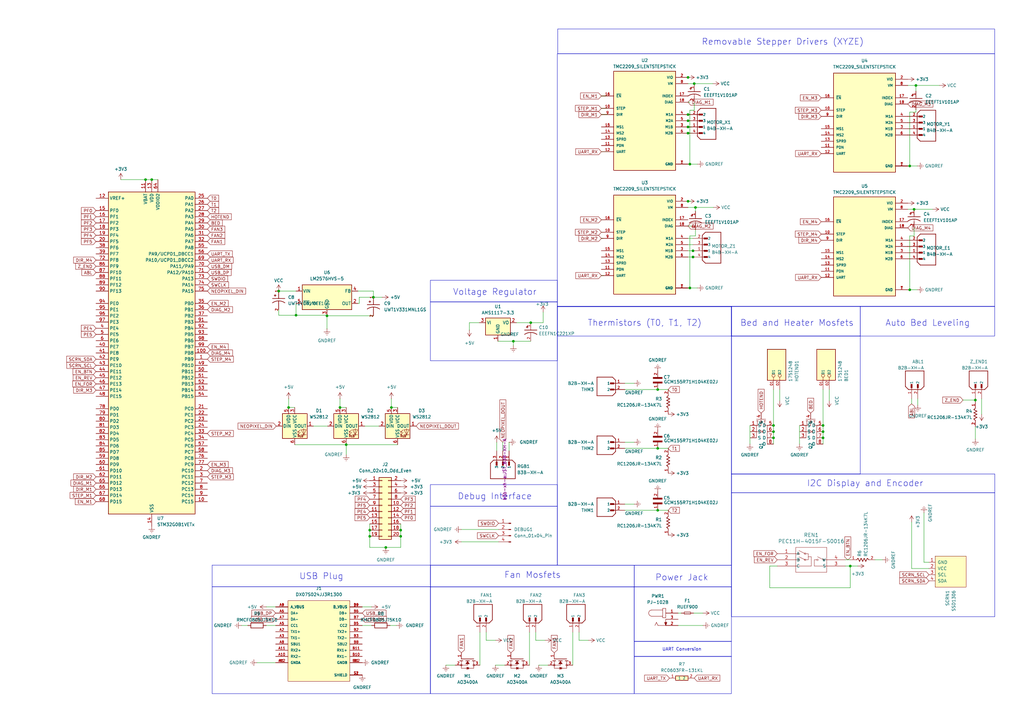
<source format=kicad_sch>
(kicad_sch (version 20231120) (generator "eeschema") (generator_version "8.0")
  (paper "A3")
  (lib_symbols
    (symbol "1751248:1751248" (pin_names (offset 1.016))
      (property "Reference" "J" (at -6.85 5.08 0))
      (property "Value" "1751248" (at -6.35 -5.08 0))
      (symbol "1751248_0_0"
        (pin passive line (at -10.16 2.54 0) (length 5.08) (name "01") (number "01"))
        (pin passive line (at -10.16 0 0) (length 5.08) (name "02") (number "02"))
      )
    )
    (symbol "AO3400A:AO3400A" (pin_names (offset 1.016))
      (property "Reference" "Q" (at -8.89 2.54 0))
      (property "Value" "AO3400A" (at -8.89 -7.62 0))
      (symbol "AO3400A_0_0"
        (pin passive line (at -2.54 -2.54 0) (length 2.54) (name "~") (number "1"))
        (pin passive line (at 2.54 -5.08 90) (length 2.54) (name "~") (number "2"))
        (pin passive line (at 2.54 5.08 270) (length 2.54) (name "~") (number "3"))
      )
    )
    (symbol "B2B-XH-A:B2B-XH-A" (pin_names (offset 1.016))
      (property "Reference" "J" (at -2.54 6.35 0))
      (property "Value" "B2B-XH-A" (at -2.54 -5.08 0))
      (symbol "B2B-XH-A_0_0"
        (pin passive line (at -7.62 2.54 0) (length 5.08) (name "1") (number "1"))
        (pin passive line (at -7.62 0 0) (length 5.08) (name "2") (number "2"))
      )
    )
    (symbol "B3B-XH-A:B3B-XH-A" (pin_names (offset 1.016))
      (property "Reference" "J" (at -2.54 6.35 0))
      (property "Value" "B3B-XH-A" (at -2.54 -7.62 0))
      (symbol "B3B-XH-A_0_0"
        (pin passive line (at -7.62 2.54 0) (length 5.08) (name "1") (number "1"))
        (pin passive line (at -7.62 0 0) (length 5.08) (name "2") (number "2"))
        (pin passive line (at -7.62 -2.54 0) (length 5.08) (name "3") (number "3"))
      )
    )
    (symbol "B4B-XH-A:B4B-XH-A" (pin_names (offset 1.016))
      (property "Reference" "J" (at -2.54 6.35 0))
      (property "Value" "B4B-XH-A" (at -2.54 -10.16 0))
      (symbol "B4B-XH-A_0_0"
        (pin passive line (at -7.62 -5.08 0) (length 5.08) (name "4") (number "4"))
      )
      (symbol "B4B-XH-A_1_0"
        (pin passive line (at -7.62 -2.54 0) (length 5.08) (name "1") (number "1"))
        (pin passive line (at -7.62 2.54 0) (length 5.08) (name "2") (number "2"))
        (pin passive line (at -7.62 0 0) (length 5.08) (name "3") (number "3"))
      )
    )
    (symbol "Connector:Conn_01x04_Pin" (pin_names (offset 1.016) hide)
      (property "Reference" "J" (at 0 5.08 0))
      (property "Value" "Conn_01x04_Pin" (at 0 -7.62 0))
      (symbol "Conn_01x04_Pin_1_1"
        (pin passive line (at 5.08 2.54 180) (length 3.81) (name "Pin_1") (number "1"))
        (pin passive line (at 5.08 0 180) (length 3.81) (name "Pin_2") (number "2"))
        (pin passive line (at 5.08 -2.54 180) (length 3.81) (name "Pin_3") (number "3"))
        (pin passive line (at 5.08 -5.08 180) (length 3.81) (name "Pin_4") (number "4"))
      )
    )
    (symbol "Connector_Generic:Conn_02x10_Odd_Even" (pin_names (offset 1.016) hide)
      (property "Reference" "J" (at 1.27 12.7 0))
      (property "Value" "Conn_02x10_Odd_Even" (at 1.27 -15.24 0))
      (symbol "Conn_02x10_Odd_Even_1_1"
        (pin passive line (at -5.08 10.16 0) (length 3.81) (name "Pin_1") (number "1"))
        (pin passive line (at 7.62 0 180) (length 3.81) (name "Pin_10") (number "10"))
        (pin passive line (at -5.08 -2.54 0) (length 3.81) (name "Pin_11") (number "11"))
        (pin passive line (at 7.62 -2.54 180) (length 3.81) (name "Pin_12") (number "12"))
        (pin passive line (at -5.08 -5.08 0) (length 3.81) (name "Pin_13") (number "13"))
        (pin passive line (at 7.62 -5.08 180) (length 3.81) (name "Pin_14") (number "14"))
        (pin passive line (at -5.08 -7.62 0) (length 3.81) (name "Pin_15") (number "15"))
        (pin passive line (at 7.62 -7.62 180) (length 3.81) (name "Pin_16") (number "16"))
        (pin passive line (at -5.08 -10.16 0) (length 3.81) (name "Pin_17") (number "17"))
        (pin passive line (at 7.62 -10.16 180) (length 3.81) (name "Pin_18") (number "18"))
        (pin passive line (at -5.08 -12.7 0) (length 3.81) (name "Pin_19") (number "19"))
        (pin passive line (at 7.62 10.16 180) (length 3.81) (name "Pin_2") (number "2"))
        (pin passive line (at 7.62 -12.7 180) (length 3.81) (name "Pin_20") (number "20"))
        (pin passive line (at -5.08 7.62 0) (length 3.81) (name "Pin_3") (number "3"))
        (pin passive line (at 7.62 7.62 180) (length 3.81) (name "Pin_4") (number "4"))
        (pin passive line (at -5.08 5.08 0) (length 3.81) (name "Pin_5") (number "5"))
        (pin passive line (at 7.62 5.08 180) (length 3.81) (name "Pin_6") (number "6"))
        (pin passive line (at -5.08 2.54 0) (length 3.81) (name "Pin_7") (number "7"))
        (pin passive line (at 7.62 2.54 180) (length 3.81) (name "Pin_8") (number "8"))
        (pin passive line (at -5.08 0 0) (length 3.81) (name "Pin_9") (number "9"))
      )
    )
    (symbol "DX07S024JJ3R1300:DX07S024JJ3R1300" (pin_names (offset 1.016))
      (property "Reference" "J" (at -12.7126 18.3061 0))
      (property "Value" "DX07S024JJ3R1300" (at -12.7103 -17.7944 0))
      (symbol "DX07S024JJ3R1300_0_0"
        (pin passive line (at -17.78 -7.62 0) (length 5.08) (name "GNDA") (number "A1"))
        (pin passive line (at -17.78 -5.08 0) (length 5.08) (name "RX2-") (number "A10"))
        (pin passive line (at -17.78 -2.54 0) (length 5.08) (name "RX2+") (number "A11"))
        (pin passive line (at -17.78 -7.62 0) (length 5.08) (name "GNDA") (number "A12"))
        (pin passive line (at -17.78 5.08 0) (length 5.08) (name "TX1+") (number "A2"))
        (pin passive line (at -17.78 2.54 0) (length 5.08) (name "TX1-") (number "A3"))
        (pin passive line (at -17.78 15.24 0) (length 5.08) (name "A_VBUS") (number "A4"))
        (pin passive line (at -17.78 7.62 0) (length 5.08) (name "CC1") (number "A5"))
        (pin passive line (at -17.78 12.7 0) (length 5.08) (name "DA+") (number "A6"))
        (pin passive line (at -17.78 10.16 0) (length 5.08) (name "DA-") (number "A7"))
        (pin passive line (at -17.78 0 0) (length 5.08) (name "SBU1") (number "A8"))
        (pin passive line (at -17.78 15.24 0) (length 5.08) (name "A_VBUS") (number "A9"))
        (pin passive line (at 17.78 -7.62 180) (length 5.08) (name "GNDB") (number "B1"))
        (pin passive line (at 17.78 -5.08 180) (length 5.08) (name "RX1-") (number "B10"))
        (pin passive line (at 17.78 -2.54 180) (length 5.08) (name "RX1+") (number "B11"))
        (pin passive line (at 17.78 -7.62 180) (length 5.08) (name "GNDB") (number "B12"))
        (pin passive line (at 17.78 5.08 180) (length 5.08) (name "TX2+") (number "B2"))
        (pin passive line (at 17.78 2.54 180) (length 5.08) (name "TX2-") (number "B3"))
        (pin passive line (at 17.78 15.24 180) (length 5.08) (name "B_VBUS") (number "B4"))
        (pin passive line (at 17.78 7.62 180) (length 5.08) (name "CC2") (number "B5"))
        (pin passive line (at 17.78 12.7 180) (length 5.08) (name "DB+") (number "B6"))
        (pin passive line (at 17.78 10.16 180) (length 5.08) (name "DB-") (number "B7"))
        (pin passive line (at 17.78 0 180) (length 5.08) (name "SBU2") (number "B8"))
        (pin passive line (at 17.78 15.24 180) (length 5.08) (name "B_VBUS") (number "B9"))
        (pin passive line (at 17.78 -12.7 180) (length 5.08) (name "SHIELD") (number "S1"))
        (pin passive line (at 17.78 -12.7 180) (length 5.08) (name "SHIELD") (number "S2"))
      )
    )
    (symbol "Device:Fuse_Small" (pin_numbers hide) (pin_names (offset 0.254) hide)
      (property "Reference" "F" (at 0 -1.524 0))
      (property "Value" "Fuse_Small" (at 0 1.524 0))
      (symbol "Fuse_Small_1_1"
        (pin passive line (at -2.54 0 0) (length 1.27) (name "~") (number "1"))
        (pin passive line (at 2.54 0 180) (length 1.27) (name "~") (number "2"))
      )
    )
    (symbol "Device:R" (pin_numbers hide) (pin_names (offset 0))
      (property "Reference" "R" (at 2.032 0 90))
      (property "Value" "R" (at 0 0 90))
      (symbol "R_1_1"
        (pin passive line (at 0 3.81 270) (length 1.27) (name "~") (number "1"))
        (pin passive line (at 0 -3.81 90) (length 1.27) (name "~") (number "2"))
      )
    )
    (symbol "EEEFN1C221XP:EEEFN1C221XP" (pin_names (offset 1.016))
      (property "Reference" "C" (at -2.54 3.81 0))
      (property "Value" "EEEFN1C221XP" (at -2.54 -5.08 0))
      (symbol "EEEFN1C221XP_0_0"
        (pin passive line (at -2.54 0 0) (length 2.54) (name "~") (number "1"))
        (pin passive line (at 5.08 0 180) (length 2.54) (name "~") (number "2"))
      )
    )
    (symbol "EEEFT1V101AP:EEEFT1V101AP" (pin_names (offset 1.016))
      (property "Reference" "C" (at -2.54 3.81 0))
      (property "Value" "EEEFT1V101AP" (at -2.54 -5.08 0))
      (symbol "EEEFT1V101AP_0_0"
        (pin passive line (at -2.54 0 0) (length 2.54) (name "~") (number "1"))
        (pin passive line (at 5.08 0 180) (length 2.54) (name "~") (number "2"))
      )
    )
    (symbol "GCM155R71H104KE02J:GCM155R71H104KE02J" (pin_names (offset 1.016))
      (property "Reference" "C" (at 0 3.8109 0))
      (property "Value" "GCM155R71H104KE02J" (at 0 -5.0885 0))
      (symbol "GCM155R71H104KE02J_0_0"
        (pin passive line (at -2.54 0 0) (length 2.54) (name "~") (number "1"))
        (pin passive line (at 5.08 0 180) (length 2.54) (name "~") (number "2"))
      )
    )
    (symbol "GNDREF_1" (power) (pin_numbers hide) (pin_names (offset 0) hide)
      (property "Value" "GNDREF" (at 0 -3.81 0))
      (symbol "GNDREF_1_1_1"
        (pin power_in line (at 0 0 270) (length 0) (name "~") (number "1"))
      )
    )
    (symbol "GNDREF_2" (power) (pin_numbers hide) (pin_names (offset 0) hide)
      (property "Value" "GNDREF" (at 0 -3.81 0))
      (symbol "GNDREF_2_1_1"
        (pin power_in line (at 0 0 270) (length 0) (name "~") (number "1"))
      )
    )
    (symbol "IRFH7440TRPBF:IRFH7440TRPBF"
      (property "Reference" "Q" (at 10.16 0 0))
      (symbol "IRFH7440TRPBF_1_1"
        (pin input line (at 1.27 -4.445 90) (length 2.54) (name "S") (number "1"))
        (pin input line (at 3.81 -4.445 90) (length 2.54) (name "S") (number "2"))
        (pin input line (at 6.35 -4.445 90) (length 2.54) (name "S") (number "3"))
        (pin output line (at -3.81 0 0) (length 2.54) (name "G") (number "4"))
        (pin output line (at 1.27 5.08 270) (length 2.54) (name "D") (number "5"))
        (pin output line (at 3.81 5.08 270) (length 2.54) (name "D") (number "6"))
        (pin output line (at 6.35 5.08 270) (length 2.54) (name "D") (number "7"))
        (pin output line (at 8.89 5.08 270) (length 2.54) (name "D") (number "8"))
      )
    )
    (symbol "LED:WS2812" (pin_names (offset 0.254))
      (property "Reference" "D" (at 5.08 5.715 0))
      (property "Value" "WS2812" (at 1.27 -5.715 0))
      (symbol "WS2812_0_0"
        (text "RGB" (at 2.286 -4.191 0) (effects (font (size 0.762 0.762))))
      )
      (symbol "WS2812_1_1"
        (pin output line (at 7.62 0 180) (length 2.54) (name "DOUT") (number "1"))
        (pin input line (at -7.62 0 0) (length 2.54) (name "DIN") (number "2"))
        (pin power_in line (at 0 7.62 270) (length 2.54) (name "VCC") (number "3"))
        (pin no_connect line (at 5.08 2.54 180) (length 2.54) hide (name "NC") (number "4"))
        (pin power_in line (at -2.54 7.62 270) (length 2.54) (name "VDD") (number "5"))
        (pin power_in line (at 0 -7.62 90) (length 2.54) (name "VSS") (number "6"))
      )
    )
    (symbol "MCU_ST_STM32G0:STM32G0B1VETx"
      (property "Reference" "U" (at -17.78 67.31 0))
      (property "Value" "STM32G0B1VETx" (at 5.08 67.31 0))
      (symbol "STM32G0B1VETx_1_1"
        (pin bidirectional line (at 22.86 -2.54 180) (length 5.08) (name "PB9") (number "1"))
        (pin bidirectional line (at 22.86 -60.96 180) (length 5.08) (name "PC15") (number "10"))
        (pin bidirectional line (at 22.86 0 180) (length 5.08) (name "PB8") (number "100"))
        (pin power_in line (at -2.54 71.12 270) (length 5.08) (name "VBAT") (number "11"))
        (pin input line (at -22.86 63.5 0) (length 5.08) (name "VREF+") (number "12"))
        (pin power_in line (at 0 71.12 270) (length 5.08) (name "VDD") (number "13"))
        (pin power_in line (at 0 -71.12 90) (length 5.08) (name "VSS") (number "14"))
        (pin bidirectional line (at -22.86 58.42 0) (length 5.08) (name "PF0") (number "15"))
        (pin bidirectional line (at -22.86 55.88 0) (length 5.08) (name "PF1") (number "16"))
        (pin bidirectional line (at -22.86 53.34 0) (length 5.08) (name "PF2") (number "17"))
        (pin bidirectional line (at -22.86 50.8 0) (length 5.08) (name "PF3") (number "18"))
        (pin bidirectional line (at -22.86 48.26 0) (length 5.08) (name "PF4") (number "19"))
        (pin bidirectional line (at 22.86 -48.26 180) (length 5.08) (name "PC10") (number "2"))
        (pin bidirectional line (at -22.86 45.72 0) (length 5.08) (name "PF5") (number "20"))
        (pin bidirectional line (at 22.86 -22.86 180) (length 5.08) (name "PC0") (number "21"))
        (pin bidirectional line (at 22.86 -25.4 180) (length 5.08) (name "PC1") (number "22"))
        (pin bidirectional line (at 22.86 -27.94 180) (length 5.08) (name "PC2") (number "23"))
        (pin bidirectional line (at 22.86 -30.48 180) (length 5.08) (name "PC3") (number "24"))
        (pin bidirectional line (at 22.86 63.5 180) (length 5.08) (name "PA0") (number "25"))
        (pin bidirectional line (at 22.86 60.96 180) (length 5.08) (name "PA1") (number "26"))
        (pin bidirectional line (at 22.86 58.42 180) (length 5.08) (name "PA2") (number "27"))
        (pin bidirectional line (at 22.86 55.88 180) (length 5.08) (name "PA3") (number "28"))
        (pin bidirectional line (at 22.86 53.34 180) (length 5.08) (name "PA4") (number "29"))
        (pin bidirectional line (at 22.86 -50.8 180) (length 5.08) (name "PC11") (number "3"))
        (pin bidirectional line (at 22.86 50.8 180) (length 5.08) (name "PA5") (number "30"))
        (pin bidirectional line (at 22.86 48.26 180) (length 5.08) (name "PA6") (number "31"))
        (pin bidirectional line (at 22.86 45.72 180) (length 5.08) (name "PA7") (number "32"))
        (pin bidirectional line (at 22.86 -33.02 180) (length 5.08) (name "PC4") (number "33"))
        (pin bidirectional line (at 22.86 -35.56 180) (length 5.08) (name "PC5") (number "34"))
        (pin bidirectional line (at 22.86 20.32 180) (length 5.08) (name "PB0") (number "35"))
        (pin bidirectional line (at 22.86 17.78 180) (length 5.08) (name "PB1") (number "36"))
        (pin bidirectional line (at 22.86 15.24 180) (length 5.08) (name "PB2") (number "37"))
        (pin bidirectional line (at -22.86 43.18 0) (length 5.08) (name "PF6") (number "38"))
        (pin bidirectional line (at -22.86 40.64 0) (length 5.08) (name "PF7") (number "39"))
        (pin bidirectional line (at -22.86 10.16 0) (length 5.08) (name "PE4") (number "4"))
        (pin bidirectional line (at -22.86 2.54 0) (length 5.08) (name "PE7") (number "40"))
        (pin bidirectional line (at -22.86 0 0) (length 5.08) (name "PE8") (number "41"))
        (pin bidirectional line (at -22.86 -2.54 0) (length 5.08) (name "PE9") (number "42"))
        (pin bidirectional line (at -22.86 -5.08 0) (length 5.08) (name "PE10") (number "43"))
        (pin bidirectional line (at -22.86 -7.62 0) (length 5.08) (name "PE11") (number "44"))
        (pin bidirectional line (at -22.86 -10.16 0) (length 5.08) (name "PE12") (number "45"))
        (pin bidirectional line (at -22.86 -12.7 0) (length 5.08) (name "PE13") (number "46"))
        (pin bidirectional line (at -22.86 -15.24 0) (length 5.08) (name "PE14") (number "47"))
        (pin bidirectional line (at -22.86 -17.78 0) (length 5.08) (name "PE15") (number "48"))
        (pin bidirectional line (at 22.86 -5.08 180) (length 5.08) (name "PB10") (number "49"))
        (pin bidirectional line (at -22.86 7.62 0) (length 5.08) (name "PE5") (number "5"))
        (pin bidirectional line (at 22.86 -7.62 180) (length 5.08) (name "PB11") (number "50"))
        (pin bidirectional line (at 22.86 -10.16 180) (length 5.08) (name "PB12") (number "51"))
        (pin bidirectional line (at 22.86 -12.7 180) (length 5.08) (name "PB13") (number "52"))
        (pin bidirectional line (at 22.86 -15.24 180) (length 5.08) (name "PB14") (number "53"))
        (pin bidirectional line (at 22.86 -17.78 180) (length 5.08) (name "PB15") (number "54"))
        (pin bidirectional line (at 22.86 43.18 180) (length 5.08) (name "PA8") (number "55"))
        (pin bidirectional line (at 22.86 40.64 180) (length 5.08) (name "PA9/UCPD1_DBCC1") (number "56"))
        (pin bidirectional line (at 22.86 -38.1 180) (length 5.08) (name "PC6") (number "57"))
        (pin bidirectional line (at 22.86 -40.64 180) (length 5.08) (name "PC7") (number "58"))
        (pin bidirectional line (at -22.86 -43.18 0) (length 5.08) (name "PD8") (number "59"))
        (pin bidirectional line (at -22.86 5.08 0) (length 5.08) (name "PE6") (number "6"))
        (pin bidirectional line (at -22.86 -45.72 0) (length 5.08) (name "PD9") (number "60"))
        (pin bidirectional line (at -22.86 -48.26 0) (length 5.08) (name "PD10") (number "61"))
        (pin bidirectional line (at -22.86 -50.8 0) (length 5.08) (name "PD11") (number "62"))
        (pin passive line (at 0 -71.12 90) (length 5.08) hide (name "VSS") (number "63"))
        (pin power_in line (at 2.54 71.12 270) (length 5.08) (name "VDDIO2") (number "64"))
        (pin bidirectional line (at -22.86 -53.34 0) (length 5.08) (name "PD12") (number "65"))
        (pin bidirectional line (at -22.86 -55.88 0) (length 5.08) (name "PD13") (number "66"))
        (pin bidirectional line (at -22.86 -58.42 0) (length 5.08) (name "PD14") (number "67"))
        (pin bidirectional line (at -22.86 -60.96 0) (length 5.08) (name "PD15") (number "68"))
        (pin bidirectional line (at 22.86 38.1 180) (length 5.08) (name "PA10/UCPD1_DBCC2") (number "69"))
        (pin bidirectional line (at 22.86 -53.34 180) (length 5.08) (name "PC12") (number "7"))
        (pin bidirectional line (at 22.86 35.56 180) (length 5.08) (name "PA11/PA9") (number "70"))
        (pin bidirectional line (at 22.86 33.02 180) (length 5.08) (name "PA12/PA10") (number "71"))
        (pin bidirectional line (at -22.86 38.1 0) (length 5.08) (name "PF8") (number "72"))
        (pin bidirectional line (at 22.86 30.48 180) (length 5.08) (name "PA13") (number "73"))
        (pin bidirectional line (at 22.86 27.94 180) (length 5.08) (name "PA14") (number "74"))
        (pin bidirectional line (at 22.86 25.4 180) (length 5.08) (name "PA15") (number "75"))
        (pin bidirectional line (at 22.86 -43.18 180) (length 5.08) (name "PC8") (number "76"))
        (pin bidirectional line (at 22.86 -45.72 180) (length 5.08) (name "PC9") (number "77"))
        (pin bidirectional line (at -22.86 -22.86 0) (length 5.08) (name "PD0") (number "78"))
        (pin bidirectional line (at -22.86 -25.4 0) (length 5.08) (name "PD1") (number "79"))
        (pin bidirectional line (at 22.86 -55.88 180) (length 5.08) (name "PC13") (number "8"))
        (pin bidirectional line (at -22.86 -27.94 0) (length 5.08) (name "PD2") (number "80"))
        (pin bidirectional line (at -22.86 -30.48 0) (length 5.08) (name "PD3") (number "81"))
        (pin bidirectional line (at -22.86 -33.02 0) (length 5.08) (name "PD4") (number "82"))
        (pin bidirectional line (at -22.86 -35.56 0) (length 5.08) (name "PD5") (number "83"))
        (pin bidirectional line (at -22.86 -38.1 0) (length 5.08) (name "PD6") (number "84"))
        (pin bidirectional line (at -22.86 -40.64 0) (length 5.08) (name "PD7") (number "85"))
        (pin bidirectional line (at -22.86 35.56 0) (length 5.08) (name "PF9") (number "86"))
        (pin bidirectional line (at -22.86 33.02 0) (length 5.08) (name "PF10") (number "87"))
        (pin bidirectional line (at -22.86 30.48 0) (length 5.08) (name "PF11") (number "88"))
        (pin bidirectional line (at -22.86 27.94 0) (length 5.08) (name "PF12") (number "89"))
        (pin bidirectional line (at 22.86 -58.42 180) (length 5.08) (name "PC14") (number "9"))
        (pin bidirectional line (at -22.86 25.4 0) (length 5.08) (name "PF13") (number "90"))
        (pin bidirectional line (at 22.86 12.7 180) (length 5.08) (name "PB3") (number "91"))
        (pin bidirectional line (at 22.86 10.16 180) (length 5.08) (name "PB4") (number "92"))
        (pin bidirectional line (at 22.86 7.62 180) (length 5.08) (name "PB5") (number "93"))
        (pin bidirectional line (at -22.86 20.32 0) (length 5.08) (name "PE0") (number "94"))
        (pin bidirectional line (at -22.86 17.78 0) (length 5.08) (name "PE1") (number "95"))
        (pin bidirectional line (at -22.86 15.24 0) (length 5.08) (name "PE2") (number "96"))
        (pin bidirectional line (at -22.86 12.7 0) (length 5.08) (name "PE3") (number "97"))
        (pin bidirectional line (at 22.86 5.08 180) (length 5.08) (name "PB6") (number "98"))
        (pin bidirectional line (at 22.86 2.54 180) (length 5.08) (name "PB7") (number "99"))
      )
    )
    (symbol "PEC11H-4015F-S0016:PEC11H-4015F-S0016" (pin_names (offset 0.254))
      (property "Reference" "SW1" (at 13.97 7.62 0))
      (property "Value" "PEC11H-4015F-S0016" (at 13.97 5.08 0))
      (symbol "PEC11H-4015F-S0016_1_1"
        (pin unspecified line (at 0 0 0) (length 7.62) (name "A") (number "1"))
        (pin unspecified line (at 0 -2.54 0) (length 7.62) (name "B") (number "2"))
        (pin unspecified line (at 0 -5.08 0) (length 7.62) (name "C") (number "3"))
        (pin unspecified line (at 27.94 -5.08 180) (length 7.62) (name "S") (number "3"))
        (pin unspecified line (at 27.94 -2.54 180) (length 7.62) (name "W") (number "4"))
      )
    )
    (symbol "PJ-102B:PJ-102B" (pin_names (offset 1.016))
      (property "Reference" "J" (at -7.626 5.084 0))
      (property "Value" "PJ-102B" (at -7.6323 -5.0882 0))
      (symbol "PJ-102B_0_0"
        (pin passive line (at 5.08 2.54 180) (length 5.08) (name "~") (number "1"))
        (pin passive line (at 5.08 -2.54 180) (length 5.08) (name "~") (number "2"))
        (pin passive line (at 5.08 0 180) (length 5.08) (name "~") (number "3"))
      )
    )
    (symbol "RC0603FR-131KL:RC0603FR-131KL" (pin_names (offset 1.016))
      (property "Reference" "R" (at -3.8159 1.5009 0))
      (property "Value" "RC0603FR-131KL" (at -3.8134 -3.3049 0))
      (symbol "RC0603FR-131KL_0_0"
        (pin passive line (at -5.08 0 0) (length 2.54) (name "1") (number "1"))
        (pin passive line (at 5.08 0 180) (length 2.54) (name "2") (number "2"))
      )
    )
    (symbol "RC1206JR-134K7L:RC1206JR-134K7L" (pin_names (offset 1.016))
      (property "Reference" "R" (at -3.8227 2.0133 0))
      (property "Value" "RC1206JR-134K7L" (at -3.8188 -3.5643 0))
      (symbol "RC1206JR-134K7L_0_0"
        (pin passive line (at -6.985 0 0) (length 2.54) (name "~") (number "1"))
        (pin passive line (at 3.175 0 180) (length 2.54) (name "~") (number "2"))
      )
    )
    (symbol "Regulator_Linear:AMS1117-3.3"
      (property "Reference" "U" (at -3.81 3.175 0))
      (property "Value" "AMS1117-3.3" (at 0 3.175 0))
      (symbol "AMS1117-3.3_1_1"
        (pin power_in line (at 0 -7.62 90) (length 2.54) (name "GND") (number "1"))
        (pin power_out line (at 7.62 0 180) (length 2.54) (name "VO") (number "2"))
        (pin power_in line (at -7.62 0 0) (length 2.54) (name "VI") (number "3"))
      )
    )
    (symbol "Regulator_Switching:LM2576HVS-5" (pin_names (offset 0.254))
      (property "Reference" "U" (at -10.16 6.35 0))
      (property "Value" "LM2576HVS-5" (at 0 6.35 0))
      (symbol "LM2576HVS-5_1_1"
        (pin power_in line (at -12.7 2.54 0) (length 2.54) (name "VIN") (number "1"))
        (pin output line (at 12.7 -2.54 180) (length 2.54) (name "OUT") (number "2"))
        (pin power_in line (at 0 -7.62 90) (length 2.54) (name "GND") (number "3"))
        (pin input line (at 12.7 2.54 180) (length 2.54) (name "FB") (number "4"))
        (pin input line (at -12.7 -2.54 0) (length 2.54) (name "~{ON}/OFF") (number "5"))
      )
    )
    (symbol "SSD1306-128x64_OLED:SSD1306" (pin_names (offset 1.016))
      (property "Reference" "Brd" (at 0 -3.81 0))
      (property "Value" "SSD1306" (at 0 -1.27 0))
      (symbol "SSD1306_1_1"
        (pin input line (at -3.81 8.89 270) (length 2.54) (name "GND") (number "1"))
        (pin input line (at -1.27 8.89 270) (length 2.54) (name "VCC") (number "2"))
        (pin input line (at 1.27 8.89 270) (length 2.54) (name "SCL") (number "3"))
        (pin input line (at 3.81 8.89 270) (length 2.54) (name "SDA") (number "4"))
      )
    )
    (symbol "TMC2209_SILENTSTEPSTICK:TMC2209_SILENTSTEPSTICK" (pin_names (offset 1.016))
      (property "Reference" "U" (at -12.7 22.86 0))
      (property "Value" "TMC2209_SILENTSTEPSTICK" (at -12.7 -22.86 0))
      (symbol "TMC2209_SILENTSTEPSTICK_0_0"
        (pin power_in line (at 17.78 -17.78 180) (length 5.08) (name "GND") (number "1"))
        (pin input line (at -17.78 5.08 0) (length 5.08) (name "STEP") (number "10"))
        (pin bidirectional line (at -17.78 -10.16 0) (length 5.08) (name "PDN") (number "11"))
        (pin bidirectional line (at -17.78 -12.7 0) (length 5.08) (name "UART") (number "12"))
        (pin input line (at -17.78 -7.62 0) (length 5.08) (name "SPRD") (number "13"))
        (pin input line (at -17.78 -5.08 0) (length 5.08) (name "MS2") (number "14"))
        (pin input line (at -17.78 -2.54 0) (length 5.08) (name "MS1") (number "15"))
        (pin input line (at -17.78 10.16 0) (length 5.08) (name "~{EN}") (number "16"))
        (pin output line (at 17.78 10.16 180) (length 5.08) (name "INDEX") (number "17"))
        (pin output line (at 17.78 7.62 180) (length 5.08) (name "DIAG") (number "18"))
        (pin power_in line (at 17.78 17.78 180) (length 5.08) (name "VIO") (number "2"))
        (pin output line (at 17.78 -2.54 180) (length 5.08) (name "M1B") (number "3"))
        (pin output line (at 17.78 2.54 180) (length 5.08) (name "M1A") (number "4"))
        (pin output line (at 17.78 0 180) (length 5.08) (name "M2A") (number "5"))
        (pin output line (at 17.78 -5.08 180) (length 5.08) (name "M2B") (number "6"))
        (pin power_in line (at 17.78 -17.78 180) (length 5.08) (name "GND") (number "7"))
        (pin power_in line (at 17.78 15.24 180) (length 5.08) (name "VM") (number "8"))
        (pin input line (at -17.78 2.54 0) (length 5.08) (name "DIR") (number "9"))
      )
    )
    (symbol "UWT1V101MCL1GS:UWT1V101MCL1GS" (pin_names (offset 1.016))
      (property "Reference" "C" (at -5.08 3.302 0))
      (property "Value" "UWT1V101MCL1GS" (at -5.08 -5.08 0))
      (symbol "UWT1V101MCL1GS_0_0"
        (pin passive line (at -5.08 0 0) (length 0) (name "~") (number "1"))
        (pin passive line (at 2.54 0 180) (length 0) (name "~") (number "2"))
      )
    )
    (symbol "power:+3V3" (power) (pin_names (offset 0))
      (property "Value" "+3V3" (at 0 3.556 0))
      (symbol "+3V3_1_1"
        (pin power_in line (at 0 0 90) (length 0) hide (name "+3V3") (number "1"))
      )
    )
    (symbol "power:+5V" (power) (pin_numbers hide) (pin_names (offset 0) hide)
      (property "Value" "+5V" (at 0 3.556 0))
      (symbol "+5V_1_1"
        (pin power_in line (at 0 0 90) (length 0) (name "~") (number "1"))
      )
    )
    (symbol "power:GNDREF" (power) (pin_names (offset 0))
      (property "Value" "GNDREF" (at 0 -3.81 0))
      (symbol "GNDREF_1_1"
        (pin power_in line (at 0 0 270) (length 0) hide (name "GNDREF") (number "1"))
      )
    )
    (symbol "power:VCC" (power) (pin_names (offset 0))
      (property "Value" "VCC" (at 0 3.81 0))
      (symbol "VCC_1_1"
        (pin power_in line (at 0 0 90) (length 0) hide (name "VCC") (number "1"))
      )
    )
  )
  (junction (at 141.986 182.372))
  (junction (at 374.904 85.852))
  (junction (at 139.446 167.132))
  (junction (at 284.226 102.87))
  (junction (at 373.126 68.072))
  (junction (at 164.338 219.964))
  (junction (at 134.112 129.54))
  (junction (at 210.566 139.954))
  (junction (at 400.05 164.084))
  (junction (at 118.364 167.132))
  (junction (at 282.194 49.53))
  (junction (at 282.194 46.99))
  (junction (at 285.242 85.09))
  (junction (at 337.566 177.038))
  (junction (at 164.338 217.424))
  (junction (at 375.666 35.052))
  (junction (at 153.162 121.92))
  (junction (at 282.194 54.61))
  (junction (at 151.638 219.964))
  (junction (at 151.638 217.424))
  (junction (at 317.246 177.038))
  (junction (at 317.246 179.578))
  (junction (at 121.412 129.286))
  (junction (at 317.246 174.498))
  (junction (at 284.734 34.29))
  (junction (at 282.194 31.75))
  (junction (at 160.528 167.132))
  (junction (at 269.748 159.766))
  (junction (at 158.242 224.536))
  (junction (at 373.126 118.872))
  (junction (at 282.194 52.07))
  (junction (at 337.566 179.578))
  (junction (at 282.956 67.31))
  (junction (at 269.748 183.896))
  (junction (at 284.226 105.41))
  (junction (at 282.956 118.11))
  (junction (at 217.678 132.334))
  (junction (at 269.748 209.296))
  (junction (at 337.566 174.498))
  (junction (at 282.194 82.55))
  (junction (at 59.69 73.66))
  (junction (at 62.23 73.66))
  (junction (at 348.742 232.156))
  (junction (at 114.3 119.38))
  (wire (pts (xy 109.22 256.54) (xy 113.03 256.54)))
  (wire (pts (xy 192.532 132.334) (xy 196.596 132.334)))
  (wire (pts (xy 186.69 272.796) (xy 182.88 272.796)))
  (wire (pts (xy 151.638 224.536) (xy 158.242 224.536)))
  (wire (pts (xy 120.904 182.372) (xy 141.986 182.372)))
  (wire (pts (xy 246.888 90.17) (xy 246.634 90.17)))
  (wire (pts (xy 375.666 44.958) (xy 375.666 45.974)))
  (wire (pts (xy 358.902 229.616) (xy 361.95 229.616)))
  (wire (pts (xy 203.708 181.356) (xy 203.708 184.912)))
  (wire (pts (xy 282.194 46.99) (xy 283.21 46.99)))
  (wire (pts (xy 160.528 167.132) (xy 163.068 167.132)))
  (wire (pts (xy 284.226 105.41) (xy 284.734 105.41)))
  (wire (pts (xy 282.194 31.75) (xy 282.702 31.75)))
  (wire (pts (xy 282.956 67.31) (xy 286.004 67.31)))
  (wire (pts (xy 307.594 174.498) (xy 307.594 182.118)))
  (wire (pts (xy 282.956 96.774) (xy 282.956 118.11)))
  (wire (pts (xy 118.364 163.576) (xy 118.364 167.132)))
  (wire (pts (xy 283.464 82.55) (xy 282.194 82.55)))
  (wire (pts (xy 121.412 129.286) (xy 134.112 129.286)))
  (wire (pts (xy 402.59 169.926) (xy 402.59 163.576)))
  (wire (pts (xy 372.364 35.052) (xy 375.666 35.052)))
  (wire (pts (xy 348.742 241.046) (xy 348.742 232.156)))
  (wire (pts (xy 400.05 164.084) (xy 400.05 163.576)))
  (wire (pts (xy 139.446 163.576) (xy 139.446 167.132)))
  (wire (pts (xy 285.242 85.09) (xy 292.608 85.09)))
  (wire (pts (xy 282.956 45.212) (xy 282.956 67.31)))
  (wire (pts (xy 373.126 96.774) (xy 373.126 118.872)))
  (wire (pts (xy 337.566 179.578) (xy 337.566 182.118)))
  (wire (pts (xy 378.968 210.312) (xy 378.968 230.632)))
  (wire (pts (xy 282.194 105.41) (xy 284.226 105.41)))
  (wire (pts (xy 337.566 177.038) (xy 337.566 179.578)))
  (wire (pts (xy 141.986 182.372) (xy 163.068 182.372)))
  (wire (pts (xy 373.888 233.172) (xy 381 233.172)))
  (wire (pts (xy 346.71 229.616) (xy 348.742 229.616)))
  (wire (pts (xy 249.174 46.99) (xy 246.634 46.99)))
  (wire (pts (xy 372.364 118.872) (xy 373.126 118.872)))
  (wire (pts (xy 151.638 219.964) (xy 151.638 224.536)))
  (wire (pts (xy 162.56 256.54) (xy 160.02 256.54)))
  (wire (pts (xy 317.246 177.038) (xy 317.246 179.578)))
  (wire (pts (xy 189.23 222.25) (xy 204.47 222.25)))
  (wire (pts (xy 109.22 248.92) (xy 113.03 248.92)))
  (wire (pts (xy 283.464 49.53) (xy 282.194 49.53)))
  (wire (pts (xy 217.678 132.334) (xy 222.758 132.334)))
  (wire (pts (xy 237.49 262.636) (xy 237.49 259.334)))
  (wire (pts (xy 282.956 118.11) (xy 286.004 118.11)))
  (wire (pts (xy 134.112 129.286) (xy 134.112 129.54)))
  (wire (pts (xy 211.836 132.334) (xy 217.678 132.334)))
  (wire (pts (xy 223.52 262.636) (xy 219.71 262.636)))
  (wire (pts (xy 189.23 217.17) (xy 204.47 217.17)))
  (wire (pts (xy 274.066 209.296) (xy 269.748 209.296)))
  (wire (pts (xy 319.786 164.338) (xy 319.786 159.766)))
  (wire (pts (xy 128.524 174.752) (xy 134.366 174.752)))
  (wire (pts (xy 372.364 85.852) (xy 374.904 85.852)))
  (wire (pts (xy 317.246 174.498) (xy 317.246 177.038)))
  (wire (pts (xy 153.162 119.38) (xy 153.162 121.92)))
  (wire (pts (xy 256.286 181.356) (xy 260.096 181.356)))
  (wire (pts (xy 282.194 118.11) (xy 282.956 118.11)))
  (wire (pts (xy 105.41 271.78) (xy 113.03 271.78)))
  (wire (pts (xy 249.428 62.23) (xy 246.634 62.23)))
  (wire (pts (xy 288.29 251.46) (xy 284.48 251.46)))
  (wire (pts (xy 373.888 163.576) (xy 373.888 165.608)))
  (wire (pts (xy 149.606 174.752) (xy 155.448 174.752)))
  (wire (pts (xy 153.162 121.92) (xy 156.718 121.92)))
  (wire (pts (xy 134.112 129.54) (xy 153.162 129.54)))
  (wire (pts (xy 348.742 232.156) (xy 351.79 232.156)))
  (wire (pts (xy 121.412 124.46) (xy 121.412 129.286)))
  (wire (pts (xy 373.888 214.122) (xy 373.888 233.172)))
  (wire (pts (xy 282.194 97.79) (xy 284.226 97.79)))
  (wire (pts (xy 283.718 92.71) (xy 282.194 92.71)))
  (wire (pts (xy 327.914 174.498) (xy 327.914 182.118)))
  (wire (pts (xy 203.2 262.636) (xy 199.39 262.636)))
  (wire (pts (xy 241.3 262.636) (xy 237.49 262.636)))
  (wire (pts (xy 269.748 159.766) (xy 256.286 159.766)))
  (wire (pts (xy 337.566 159.766) (xy 337.566 174.498)))
  (wire (pts (xy 269.748 183.896) (xy 256.286 183.896)))
  (wire (pts (xy 256.286 157.226) (xy 260.096 157.226)))
  (wire (pts (xy 147.32 121.92) (xy 153.162 121.92)))
  (wire (pts (xy 285.242 94.234) (xy 285.242 96.774)))
  (wire (pts (xy 284.48 102.87) (xy 284.226 102.87)))
  (wire (pts (xy 210.566 139.954) (xy 210.566 141.732)))
  (wire (pts (xy 282.194 67.31) (xy 282.956 67.31)))
  (wire (pts (xy 378.968 230.632) (xy 381 230.632)))
  (wire (pts (xy 282.194 85.09) (xy 285.242 85.09)))
  (wire (pts (xy 152.4 256.54) (xy 148.59 256.54)))
  (wire (pts (xy 206.248 181.356) (xy 206.248 184.912)))
  (wire (pts (xy 284.734 34.29) (xy 292.354 34.29)))
  (wire (pts (xy 278.13 251.46) (xy 279.4 251.46)))
  (wire (pts (xy 282.194 54.61) (xy 283.972 54.61)))
  (wire (pts (xy 317.246 159.766) (xy 317.246 174.498)))
  (wire (pts (xy 99.06 256.54) (xy 101.6 256.54)))
  (wire (pts (xy 282.194 100.33) (xy 284.226 100.33)))
  (wire (pts (xy 340.106 164.338) (xy 340.106 159.766)))
  (wire (pts (xy 62.23 73.66) (xy 64.77 73.66)))
  (wire (pts (xy 49.53 73.66) (xy 59.69 73.66)))
  (wire (pts (xy 375.666 35.052) (xy 375.666 37.338)))
  (wire (pts (xy 317.246 179.578) (xy 317.246 182.118)))
  (wire (pts (xy 219.71 262.636) (xy 219.71 259.334)))
  (wire (pts (xy 374.904 85.852) (xy 382.524 85.852)))
  (wire (pts (xy 207.01 272.796) (xy 203.2 272.796)))
  (wire (pts (xy 284.734 45.212) (xy 282.956 45.212)))
  (wire (pts (xy 274.066 183.896) (xy 269.748 183.896)))
  (wire (pts (xy 282.194 102.87) (xy 284.226 102.87)))
  (wire (pts (xy 374.904 96.774) (xy 373.126 96.774)))
  (wire (pts (xy 284.734 34.29) (xy 284.734 34.544)))
  (wire (pts (xy 234.95 259.334) (xy 234.95 272.796)))
  (wire (pts (xy 147.32 124.46) (xy 147.32 121.92)))
  (wire (pts (xy 222.758 128.016) (xy 222.758 132.334)))
  (wire (pts (xy 139.446 167.132) (xy 141.986 167.132)))
  (wire (pts (xy 164.338 224.536) (xy 158.242 224.536)))
  (wire (pts (xy 208.788 181.356) (xy 208.788 184.912)))
  (wire (pts (xy 164.338 217.424) (xy 164.338 219.964)))
  (wire (pts (xy 373.126 68.072) (xy 376.174 68.072)))
  (wire (pts (xy 217.17 259.334) (xy 217.17 272.796)))
  (wire (pts (xy 282.194 34.29) (xy 284.734 34.29)))
  (wire (pts (xy 373.126 45.974) (xy 373.126 68.072)))
  (wire (pts (xy 373.126 118.872) (xy 376.174 118.872)))
  (wire (pts (xy 282.956 41.91) (xy 282.194 41.91)))
  (wire (pts (xy 114.3 127) (xy 114.3 129.286)))
  (wire (pts (xy 285.242 96.774) (xy 282.956 96.774)))
  (wire (pts (xy 152.4 248.92) (xy 148.59 248.92)))
  (wire (pts (xy 204.216 139.954) (xy 210.566 139.954)))
  (wire (pts (xy 151.638 217.424) (xy 151.638 219.964)))
  (wire (pts (xy 285.242 86.614) (xy 285.242 85.09)))
  (wire (pts (xy 146.812 124.46) (xy 147.32 124.46)))
  (wire (pts (xy 400.05 164.084) (xy 394.97 164.084)))
  (wire (pts (xy 210.566 139.954) (xy 217.678 139.954)))
  (wire (pts (xy 247.396 97.79) (xy 246.634 97.79)))
  (wire (pts (xy 274.066 159.766) (xy 269.748 159.766)))
  (wire (pts (xy 114.3 119.38) (xy 121.412 119.38)))
  (wire (pts (xy 282.194 52.07) (xy 283.718 52.07)))
  (wire (pts (xy 376.428 163.576) (xy 376.428 166.116)))
  (wire (pts (xy 315.722 241.046) (xy 348.742 241.046)))
  (wire (pts (xy 247.142 95.25) (xy 246.634 95.25)))
  (wire (pts (xy 224.79 272.796) (xy 220.98 272.796)))
  (wire (pts (xy 278.13 256.54) (xy 288.29 256.54)))
  (wire (pts (xy 400.05 164.846) (xy 400.05 164.084)))
  (wire (pts (xy 199.39 262.636) (xy 199.39 259.334)))
  (wire (pts (xy 246.634 113.03) (xy 247.65 113.03)))
  (wire (pts (xy 192.532 135.382) (xy 192.532 132.334)))
  (wire (pts (xy 269.748 209.296) (xy 256.286 209.296)))
  (wire (pts (xy 256.286 206.756) (xy 260.096 206.756)))
  (wire (pts (xy 337.566 174.498) (xy 337.566 177.038)))
  (wire (pts (xy 248.92 44.45) (xy 246.634 44.45)))
  (wire (pts (xy 196.85 259.334) (xy 196.85 272.796)))
  (wire (pts (xy 374.904 93.472) (xy 374.904 96.774)))
  (wire (pts (xy 375.666 35.052) (xy 385.318 35.052)))
  (wire (pts (xy 59.69 73.66) (xy 62.23 73.66)))
  (wire (pts (xy 375.666 45.974) (xy 373.126 45.974)))
  (wire (pts (xy 141.986 186.436) (xy 141.986 182.372)))
  (wire (pts (xy 346.71 232.156) (xy 348.742 232.156)))
  (wire (pts (xy 318.77 232.156) (xy 315.722 232.156)))
  (wire (pts (xy 164.338 219.964) (xy 164.338 224.536)))
  (wire (pts (xy 146.812 119.38) (xy 153.162 119.38)))
  (wire (pts (xy 164.338 214.884) (xy 164.338 217.424)))
  (wire (pts (xy 114.3 129.286) (xy 121.412 129.286)))
  (wire (pts (xy 372.364 68.072) (xy 373.126 68.072)))
  (wire (pts (xy 118.364 167.132) (xy 120.904 167.132)))
  (wire (pts (xy 400.05 180.086) (xy 400.05 175.006)))
  (wire (pts (xy 315.722 232.156) (xy 315.722 241.046)))
  (wire (pts (xy 246.634 39.37) (xy 248.666 39.37)))
  (wire (pts (xy 284.734 42.164) (xy 284.734 45.212)))
  (wire (pts (xy 134.112 129.54) (xy 134.112 134.874)))
  (wire (pts (xy 160.528 163.576) (xy 160.528 167.132)))
  (wire (pts (xy 151.638 214.884) (xy 151.638 217.424)))
  (rectangle (start 86.995 231.775) (end 176.53 240.665))
  (rectangle (start 176.53 114.935) (end 228.6 123.8103))
  (rectangle (start 300.0081 202.0785) (end 408.0144 252.9176))
  (rectangle (start 228.7367 11.882) (end 407.9478 22.008))
  (rectangle (start 260.1198 231.812) (end 299.9978 240.7015))
  (rectangle (start 176.5538 240.702) (end 260.0905 284.48))
  (rectangle (start 300.0151 194.408) (end 408.0327 202.0742))
  (rectangle (start 228.6 125.6566) (end 299.9978 137.832))
  (rectangle (start 176.5538 231.8267) (end 260.0977 240.702))
  (rectangle (start 299.9978 125.64) (end 352.8298 137.832))
  (rectangle (start 228.6 125.73) (end 300.0212 231.816))
  (rectangle (start 299.9978 137.832) (end 352.8298 194.419))
  (rectangle (start 260.1198 269.24) (end 299.9978 284.48))
  (rectangle (start 176.53 207.645) (end 228.6 231.775))
  (rectangle (start 260.0953 240.6994) (end 300.0089 263.0693))
  (rectangle (start 228.6 22.042) (end 407.9478 125.73))
  (rectangle (start 86.995 240.665) (end 176.53 284.48))
  (rectangle (start 352.823 125.64) (end 407.9478 137.8247))
  (rectangle (start 176.53 123.825) (end 228.6 147.955))
  (rectangle (start 176.53 198.755) (end 228.6 207.6303))
  (rectangle (start 260.117 263.0719) (end 299.9978 269.24))
  (text "I2C Display and Encoder\n" (at 354.838 198.374 0) (effects (font (size 2.54 2.54))))
  (text "Voltage Regulator\n" (at 202.946 119.888 0) (effects (font (size 2.54 2.54))))
  (text "Fan Mosfets\n" (at 218.44 235.966 0) (effects (font (size 2.54 2.54))))
  (text "Auto Bed Leveling\n" (at 380.492 132.588 0) (effects (font (size 2.54 2.54))))
  (text "Removable Stepper Drivers (XYZE)" (at 321.056 17.272 0) (effects (font (size 2.54 2.54))))
  (text "Thermistors (T0, T1, T2)" (at 264.414 132.588 0) (effects (font (size 2.54 2.54))))
  (text "Power Jack" (at 279.654 236.982 0) (effects (font (size 2.54 2.54))))
  (text "USB Plug" (at 131.826 236.474 0) (effects (font (size 2.54 2.54))))
  (text "Bed and Heater Mosfets\n" (at 326.898 132.588 0) (effects (font (size 2.54 2.54))))
  (text "UART Conversion\n" (at 279.654 266.446 0) (effects (font (size 1.27 1.27))))
  (text "Debug Interface" (at 202.946 203.708 0) (effects (font (size 2.54 2.54))))
  (global_label "UART_RX" (shape input) (at 85.09 106.68 0) (property "Intersheetrefs" "${INTERSHEET_REFS}" (effects (hide yes))))
  (global_label "FAN2" (shape input) (at 85.09 96.52 0) (property "Intersheetrefs" "${INTERSHEET_REFS}" (effects (hide yes))))
  (global_label "FAN3" (shape input) (at 227.33 267.716 90) (property "Intersheetrefs" "${INTERSHEET_REFS}" (effects (hide yes))))
  (global_label "EN_BTN" (shape input) (at 347.726 229.616 90) (property "Intersheetrefs" "${INTERSHEET_REFS}" (effects (hide yes))))
  (global_label "DIAG_M3" (shape input) (at 372.364 42.672 0) (property "Intersheetrefs" "${INTERSHEET_REFS}" (effects (hide yes))))
  (global_label "UART_RX" (shape input) (at 336.804 113.792 180) (property "Intersheetrefs" "${INTERSHEET_REFS}" (effects (hide yes))))
  (global_label "SWDIO" (shape input) (at 85.09 114.3 0) (property "Intersheetrefs" "${INTERSHEET_REFS}" (effects (hide yes))))
  (global_label "HOTEND" (shape input) (at 312.166 169.418 90) (property "Intersheetrefs" "${INTERSHEET_REFS}" (effects (hide yes))))
  (global_label "SCRN_SDA" (shape input) (at 39.37 147.32 180) (property "Intersheetrefs" "${INTERSHEET_REFS}" (effects (hide yes))))
  (global_label "ABL" (shape input) (at 39.37 111.76 180) (property "Intersheetrefs" "${INTERSHEET_REFS}" (effects (hide yes))))
  (global_label "PF2" (shape input) (at 164.338 207.264 0) (property "Intersheetrefs" "${INTERSHEET_REFS}" (effects (hide yes))))
  (global_label "SCRN_SCL" (shape input) (at 381 235.712 180) (property "Intersheetrefs" "${INTERSHEET_REFS}" (effects (hide yes))))
  (global_label "DIR_M3" (shape input) (at 39.37 160.02 180) (property "Intersheetrefs" "${INTERSHEET_REFS}" (effects (hide yes))))
  (global_label "SWDIO" (shape input) (at 204.47 214.63 180) (property "Intersheetrefs" "${INTERSHEET_REFS}" (effects (hide yes))))
  (global_label "PF3" (shape input) (at 39.37 93.98 180) (property "Intersheetrefs" "${INTERSHEET_REFS}" (effects (hide yes))))
  (global_label "T1" (shape input) (at 274.066 183.896 0) (property "Intersheetrefs" "${INTERSHEET_REFS}" (effects (hide yes))))
  (global_label "T0" (shape input) (at 85.09 81.28 0) (property "Intersheetrefs" "${INTERSHEET_REFS}" (effects (hide yes))))
  (global_label "HOTEND" (shape input) (at 85.09 88.9 0) (property "Intersheetrefs" "${INTERSHEET_REFS}" (effects (hide yes))))
  (global_label "SWCLK" (shape input) (at 204.47 219.71 180) (property "Intersheetrefs" "${INTERSHEET_REFS}" (effects (hide yes))))
  (global_label "DIAG_M1" (shape input) (at 282.194 41.91 0) (property "Intersheetrefs" "${INTERSHEET_REFS}" (effects (hide yes))))
  (global_label "UART_RX" (shape input) (at 284.734 278.13 0) (property "Intersheetrefs" "${INTERSHEET_REFS}" (effects (hide yes))))
  (global_label "USB_DP" (shape input) (at 113.03 251.46 180) (property "Intersheetrefs" "${INTERSHEET_REFS}" (effects (hide yes))))
  (global_label "DIAG_M3" (shape input) (at 85.09 193.04 0) (property "Intersheetrefs" "${INTERSHEET_REFS}" (effects (hide yes))))
  (global_label "DIR_M3" (shape input) (at 336.804 47.752 180) (property "Intersheetrefs" "${INTERSHEET_REFS}" (effects (hide yes))))
  (global_label "PF4" (shape input) (at 151.638 204.724 180) (property "Intersheetrefs" "${INTERSHEET_REFS}" (effects (hide yes))))
  (global_label "STEP_M1" (shape input) (at 39.37 203.2 180) (property "Intersheetrefs" "${INTERSHEET_REFS}" (effects (hide yes))))
  (global_label "USB_DM" (shape input) (at 85.09 109.22 0) (property "Intersheetrefs" "${INTERSHEET_REFS}" (effects (hide yes))))
  (global_label "PF1" (shape input) (at 39.37 88.9 180) (property "Intersheetrefs" "${INTERSHEET_REFS}" (effects (hide yes))))
  (global_label "PF5" (shape input) (at 39.37 99.06 180) (property "Intersheetrefs" "${INTERSHEET_REFS}" (effects (hide yes))))
  (global_label "EN_FOR" (shape input) (at 39.37 157.48 180) (property "Intersheetrefs" "${INTERSHEET_REFS}" (effects (hide yes))))
  (global_label "SCRN_SDA" (shape input) (at 381 238.252 180) (property "Intersheetrefs" "${INTERSHEET_REFS}" (effects (hide yes))))
  (global_label "PF4" (shape input) (at 39.37 96.52 180) (property "Intersheetrefs" "${INTERSHEET_REFS}" (effects (hide yes))))
  (global_label "STEP_M4" (shape input) (at 336.804 96.012 180) (property "Intersheetrefs" "${INTERSHEET_REFS}" (effects (hide yes))))
  (global_label "USB_DM" (shape input) (at 148.59 254 0) (property "Intersheetrefs" "${INTERSHEET_REFS}" (effects (hide yes))))
  (global_label "STEP_M2" (shape input) (at 85.09 177.8 0) (property "Intersheetrefs" "${INTERSHEET_REFS}" (effects (hide yes))))
  (global_label "NEOPIXEL_DOUT" (shape input) (at 170.688 174.752 0) (property "Intersheetrefs" "${INTERSHEET_REFS}" (effects (hide yes))))
  (global_label "T0" (shape input) (at 274.066 159.766 0) (property "Intersheetrefs" "${INTERSHEET_REFS}" (effects (hide yes))))
  (global_label "BED" (shape input) (at 332.486 169.418 90) (property "Intersheetrefs" "${INTERSHEET_REFS}" (effects (hide yes))))
  (global_label "DIR_M2" (shape input) (at 246.634 97.79 180) (property "Intersheetrefs" "${INTERSHEET_REFS}" (effects (hide yes))))
  (global_label "SCRN_SCL" (shape input) (at 39.37 149.86 180) (property "Intersheetrefs" "${INTERSHEET_REFS}" (effects (hide yes))))
  (global_label "EN_REV" (shape input) (at 39.37 154.94 180) (property "Intersheetrefs" "${INTERSHEET_REFS}" (effects (hide yes))))
  (global_label "STEP_M3" (shape input) (at 85.09 195.58 0) (property "Intersheetrefs" "${INTERSHEET_REFS}" (effects (hide yes))))
  (global_label "Z_END" (shape input) (at 394.97 164.084 180) (property "Intersheetrefs" "${INTERSHEET_REFS}" (effects (hide yes))))
  (global_label "DIAG_M1" (shape input) (at 39.37 198.12 180) (property "Intersheetrefs" "${INTERSHEET_REFS}" (effects (hide yes))))
  (global_label "PF2" (shape input) (at 39.37 91.44 180) (property "Intersheetrefs" "${INTERSHEET_REFS}" (effects (hide yes))))
  (global_label "EN_M3" (shape input) (at 336.804 40.132 180) (property "Intersheetrefs" "${INTERSHEET_REFS}" (effects (hide yes))))
  (global_label "STEP_M2" (shape input) (at 246.634 95.25 180) (property "Intersheetrefs" "${INTERSHEET_REFS}" (effects (hide yes))))
  (global_label "STEP_M1" (shape input) (at 246.634 44.45 180) (property "Intersheetrefs" "${INTERSHEET_REFS}" (effects (hide yes))))
  (global_label "FAN1" (shape input) (at 189.23 267.716 90) (property "Intersheetrefs" "${INTERSHEET_REFS}" (effects (hide yes))))
  (global_label "EN_M2" (shape input) (at 246.634 90.17 180) (property "Intersheetrefs" "${INTERSHEET_REFS}" (effects (hide yes))))
  (global_label "EN_M3" (shape input) (at 85.09 190.5 0) (property "Intersheetrefs" "${INTERSHEET_REFS}" (effects (hide yes))))
  (global_label "DIR_M1" (shape input) (at 39.37 200.66 180) (property "Intersheetrefs" "${INTERSHEET_REFS}" (effects (hide yes))))
  (global_label "DIR_M2" (shape input) (at 39.37 195.58 180) (property "Intersheetrefs" "${INTERSHEET_REFS}" (effects (hide yes))))
  (global_label "ABL" (shape input) (at 373.888 165.608 270) (property "Intersheetrefs" "${INTERSHEET_REFS}" (effects (hide yes))))
  (global_label "PE5" (shape input) (at 39.37 137.16 180) (property "Intersheetrefs" "${INTERSHEET_REFS}" (effects (hide yes))))
  (global_label "PF1" (shape input) (at 164.338 209.804 0) (property "Intersheetrefs" "${INTERSHEET_REFS}" (effects (hide yes))))
  (global_label "SWCLK" (shape input) (at 85.09 116.84 0) (property "Intersheetrefs" "${INTERSHEET_REFS}" (effects (hide yes))))
  (global_label "PF0" (shape input) (at 39.37 86.36 180) (property "Intersheetrefs" "${INTERSHEET_REFS}" (effects (hide yes))))
  (global_label "PE5" (shape input) (at 151.638 212.344 180) (property "Intersheetrefs" "${INTERSHEET_REFS}" (effects (hide yes))))
  (global_label "STEP_M3" (shape input) (at 336.804 45.212 180) (property "Intersheetrefs" "${INTERSHEET_REFS}" (effects (hide yes))))
  (global_label "DIAG_M4" (shape input) (at 85.09 144.78 0) (property "Intersheetrefs" "${INTERSHEET_REFS}" (effects (hide yes))))
  (global_label "NEOPIXEL_DIN" (shape input) (at 85.09 119.38 0) (property "Intersheetrefs" "${INTERSHEET_REFS}" (effects (hide yes))))
  (global_label "T2" (shape input) (at 274.066 209.296 0) (property "Intersheetrefs" "${INTERSHEET_REFS}" (effects (hide yes))))
  (global_label "EN_M2" (shape input) (at 85.09 124.46 0) (property "Intersheetrefs" "${INTERSHEET_REFS}" (effects (hide yes))))
  (global_label "DIAG_M2" (shape input) (at 85.09 127 0) (property "Intersheetrefs" "${INTERSHEET_REFS}" (effects (hide yes))))
  (global_label "UART_RX" (shape input) (at 246.634 62.23 180) (property "Intersheetrefs" "${INTERSHEET_REFS}" (effects (hide yes))))
  (global_label "UART_RX" (shape input) (at 246.634 113.03 180) (property "Intersheetrefs" "${INTERSHEET_REFS}" (effects (hide yes))))
  (global_label "EN_REV" (shape input) (at 318.77 229.616 180) (property "Intersheetrefs" "${INTERSHEET_REFS}" (effects (hide yes))))
  (global_label "EN_M4" (shape input) (at 336.804 90.932 180) (property "Intersheetrefs" "${INTERSHEET_REFS}" (effects (hide yes))))
  (global_label "EN_BTN" (shape input) (at 39.37 152.4 180) (property "Intersheetrefs" "${INTERSHEET_REFS}" (effects (hide yes))))
  (global_label "PE4" (shape input) (at 39.37 134.62 180) (property "Intersheetrefs" "${INTERSHEET_REFS}" (effects (hide yes))))
  (global_label "DIAG_M4" (shape input) (at 372.364 93.472 0) (property "Intersheetrefs" "${INTERSHEET_REFS}" (effects (hide yes))))
  (global_label "DIR_M4" (shape input) (at 39.37 106.68 180) (property "Intersheetrefs" "${INTERSHEET_REFS}" (effects (hide yes))))
  (global_label "NEOPIXEL_DOUT" (shape input) (at 206.248 181.356 90) (property "Intersheetrefs" "${INTERSHEET_REFS}" (effects (hide yes))))
  (global_label "STEP_M4" (shape input) (at 85.09 147.32 0) (property "Intersheetrefs" "${INTERSHEET_REFS}" (effects (hide yes))))
  (global_label "UART_TX" (shape input) (at 274.574 278.13 180) (property "Intersheetrefs" "${INTERSHEET_REFS}" (effects (hide yes))))
  (global_label "FAN2" (shape input) (at 209.55 267.716 90) (property "Intersheetrefs" "${INTERSHEET_REFS}" (effects (hide yes))))
  (global_label "FAN1" (shape input) (at 85.09 99.06 0) (property "Intersheetrefs" "${INTERSHEET_REFS}" (effects (hide yes))))
  (global_label "Z_END" (shape input) (at 39.37 109.22 180) (property "Intersheetrefs" "${INTERSHEET_REFS}" (effects (hide yes))))
  (global_label "EN_M4" (shape input) (at 85.09 142.24 0) (property "Intersheetrefs" "${INTERSHEET_REFS}" (effects (hide yes))))
  (global_label "EN_M1" (shape input) (at 39.37 205.74 180) (property "Intersheetrefs" "${INTERSHEET_REFS}" (effects (hide yes))))
  (global_label "USB_DP" (shape input) (at 85.09 111.76 0) (property "Intersheetrefs" "${INTERSHEET_REFS}" (effects (hide yes))))
  (global_label "PE4" (shape input) (at 151.638 209.804 180) (property "Intersheetrefs" "${INTERSHEET_REFS}" (effects (hide yes))))
  (global_label "PF0" (shape input) (at 164.338 212.344 0) (property "Intersheetrefs" "${INTERSHEET_REFS}" (effects (hide yes))))
  (global_label "DIAG_M2" (shape input) (at 282.194 92.71 0) (property "Intersheetrefs" "${INTERSHEET_REFS}" (effects (hide yes))))
  (global_label "DIR_M4" (shape input) (at 336.804 98.552 180) (property "Intersheetrefs" "${INTERSHEET_REFS}" (effects (hide yes))))
  (global_label "PF3" (shape input) (at 164.338 204.724 0) (property "Intersheetrefs" "${INTERSHEET_REFS}" (effects (hide yes))))
  (global_label "T2" (shape input) (at 85.09 86.36 0) (property "Intersheetrefs" "${INTERSHEET_REFS}" (effects (hide yes))))
  (global_label "DIR_M1" (shape input) (at 246.634 46.99 180) (property "Intersheetrefs" "${INTERSHEET_REFS}" (effects (hide yes))))
  (global_label "NEOPIXEL_DIN" (shape input) (at 113.284 174.752 180) (property "Intersheetrefs" "${INTERSHEET_REFS}" (effects (hide yes))))
  (global_label "PF5" (shape input) (at 151.638 207.264 180) (property "Intersheetrefs" "${INTERSHEET_REFS}" (effects (hide yes))))
  (global_label "EN_M1" (shape input) (at 246.634 39.37 180) (property "Intersheetrefs" "${INTERSHEET_REFS}" (effects (hide yes))))
  (global_label "T1" (shape input) (at 85.09 83.82 0) (property "Intersheetrefs" "${INTERSHEET_REFS}" (effects (hide yes))))
  (global_label "UART_TX" (shape input) (at 85.09 104.14 0) (property "Intersheetrefs" "${INTERSHEET_REFS}" (effects (hide yes))))
  (global_label "FAN3" (shape input) (at 85.09 93.98 0) (property "Intersheetrefs" "${INTERSHEET_REFS}" (effects (hide yes))))
  (global_label "USB_DP" (shape input) (at 148.59 251.46 0) (property "Intersheetrefs" "${INTERSHEET_REFS}" (effects (hide yes))))
  (global_label "BED" (shape input) (at 85.09 91.44 0) (property "Intersheetrefs" "${INTERSHEET_REFS}" (effects (hide yes))))
  (global_label "USB_DM" (shape input) (at 113.03 254 180) (property "Intersheetrefs" "${INTERSHEET_REFS}" (effects (hide yes))))
  (global_label "UART_RX" (shape input) (at 336.804 62.992 180) (property "Intersheetrefs" "${INTERSHEET_REFS}" (effects (hide yes))))
  (global_label "EN_FOR" (shape input) (at 318.77 227.076 180) (property "Intersheetrefs" "${INTERSHEET_REFS}" (effects (hide yes))))
  (symbol (lib_id "Regulator_Switching:LM2576HVS-5") (at 134.112 121.92 0) (unit 1)
    (property "Reference" "U6" (at 134.112 111.76 0))
    (property "Value" "LM2576HVS-5" (at 134.112 114.3 0))
    (property "Footprint" "Package_TO_SOT_SMD:TO-263-5_TabPin3" (effects (hide yes)))
    (property "Datasheet" "http://www.ti.com/lit/ds/symlink/lm2576.pdf" (effects (hide yes)))
    (property "Description" "5V 3A, SIMPLE SWITCHER® Step-Down Voltage Regulator, High Voltage Input, TO-263" (effects (hide yes)))
  )
  (symbol (lib_id "power:GNDREF") (at 260.096 206.756 90) (mirror x) (unit 1)
    (property "Reference" "#PWR021" (effects (hide yes)))
    (property "Value" "GNDREF" (at 256.286 210.566 90) (effects (justify right)))
  )
  (symbol (lib_id "power:+3V3") (at 164.338 202.184 270) (mirror x) (unit 1)
    (property "Reference" "#PWR069" (effects (hide yes)))
    (property "Value" "+3V3" (at 168.148 202.1841 90) (effects (justify left)))
  )
  (symbol (lib_id "power:GNDREF") (at 269.748 152.146 0) (mirror x) (unit 1)
    (property "Reference" "#PWR035" (effects (hide yes)))
    (property "Value" "GNDREF" (at 273.558 147.701 0) (effects (justify right)))
  )
  (symbol (lib_id "power:+3V3") (at 274.066 169.926 270) (mirror x) (unit 1)
    (property "Reference" "#PWR028" (effects (hide yes)))
    (property "Value" "+3V3" (at 277.241 169.926 90) (effects (justify left)))
  )
  (symbol (lib_id "power:GNDREF") (at 307.594 182.118 0) (unit 1)
    (property "Reference" "#PWR040" (effects (hide yes)))
    (property "Value" "GNDREF" (at 311.404 186.563 0) (effects (justify right)))
  )
  (symbol (lib_id "B3B-XH-A:B3B-XH-A") (at 206.248 192.532 270) (unit 1)
    (property "Reference" "RGB1" (at 212.09 191.2619 90) (effects (justify left)))
    (property "Value" "B3B-XH-A" (at 212.09 193.8019 90) (effects (justify left)))
    (property "Footprint" "b3b-xh-a:JST_B3B-XH-A" (at 206.248 192.532 0) (effects (justify bottom)))
    (property "MF" "JST Sales" (effects (hide yes)))
    (property "MAXIMUM_PACKAGE_HEIGHT" "7.00 mm" (effects (hide yes)))
    (property "Package" "None" (effects (hide yes)))
    (property "Price" "None" (effects (hide yes)))
    (property "Check_prices" "https://www.snapeda.com/parts/B3B-XH-A/JST+Sales+America+Inc./view-part/?ref=eda" (effects (hide yes)))
    (property "STANDARD" "Manufacturer Recommendations" (effects (hide yes)))
    (property "PARTREV" "7/4/21" (effects (hide yes)))
    (property "SnapEDA_Link" "https://www.snapeda.com/parts/B3B-XH-A/JST+Sales+America+Inc./view-part/?ref=snap" (effects (hide yes)))
    (property "MP" "B3B-XH-A" (effects (hide yes)))
    (property "Description_1" "\nConnector Header Through Hole 3 position 0.098 (2.50mm)\n" (effects (hide yes)))
    (property "Availability" "In Stock" (effects (hide yes)))
    (property "MANUFACTURER" "JST Sales America Inc." (effects (hide yes)))
  )
  (symbol (lib_id "power:+5V") (at 203.708 181.356 0) (unit 1)
    (property "Reference" "#PWR063" (effects (hide yes)))
    (property "Value" "+5V" (at 203.708 176.53 0))
    (property "Description" "Power symbol creates a global label with name \"+5V\"" (effects (hide yes)))
  )
  (symbol (lib_id "power:VCC") (at 340.106 164.338 180) (unit 1)
    (property "Reference" "#PWR017" (effects (hide yes)))
    (property "Value" "VCC" (at 343.281 164.338 90))
  )
  (symbol (lib_name "GNDREF_2") (lib_id "power:GNDREF") (at 158.242 224.536 0) (unit 1)
    (property "Reference" "#PWR070" (effects (hide yes)))
    (property "Value" "GNDREF" (at 158.242 229.616 0))
    (property "Description" "Power symbol creates a global label with name \"GNDREF\" , reference supply ground" (effects (hide yes)))
  )
  (symbol (lib_id "1751248:1751248") (at 340.106 149.606 90) (unit 1)
    (property "Reference" "BED1" (at 347.091 156.591 0) (effects (justify left)))
    (property "Value" "1751248" (at 344.551 156.591 0) (effects (justify left)))
    (property "Footprint" "Phoenix 1751248:PHOENIX_1751248" (effects (hide yes)))
    (property "Description" "\nPCB Terminal Screw 3.5mm 16AWG 200V 13.5A 2 Position COMBICON MKDS Series | Phoenix Contact 1751248\n" (effects (hide yes)))
    (property "DigiKey_Part_Number" "277-5719-ND" (effects (hide yes)))
    (property "SnapEDA_Link" "https://www.snapeda.com/parts/1751248/Phoenix+Contact/view-part/?ref=snap" (effects (hide yes)))
    (property "Package" "None" (effects (hide yes)))
    (property "Check_prices" "https://www.snapeda.com/parts/1751248/Phoenix+Contact/view-part/?ref=eda" (effects (hide yes)))
    (property "STANDARD" "Manufacturer Recommendations" (effects (hide yes)))
    (property "PARTREV" "03.03.2021" (effects (hide yes)))
    (property "MF" "Phoenix Contact" (effects (hide yes)))
    (property "MP" "1751248" (effects (hide yes)))
    (property "MANUFACTURER" "Phoenix Contact" (effects (hide yes)))
  )
  (symbol (lib_id "power:+3V3") (at 274.066 194.056 270) (mirror x) (unit 1)
    (property "Reference" "#PWR029" (effects (hide yes)))
    (property "Value" "+3V3" (at 277.241 194.056 90) (effects (justify left)))
  )
  (symbol (lib_id "RC1206JR-134K7L:RC1206JR-134K7L") (at 274.066 187.071 270) (mirror x) (unit 1)
    (property "Reference" "R2" (at 271.526 187.706 90) (effects (justify right)))
    (property "Value" "RC1206JR-134K7L" (at 271.526 190.246 90) (effects (justify right)))
    (property "Footprint" "RC1206JR-134K7L:RESC3216X65" (effects (hide yes)))
    (property "Description" "\n4.7 kOhms ±5% 0.25W, 1/4W Chip Resistor 1206 (3216 Metric) Moisture Resistant Thick Film\n" (effects (hide yes)))
    (property "DigiKey_Part_Number" "13-RC1206JR-134K7LTR-ND" (effects (hide yes)))
    (property "MF" "Yageo" (effects (hide yes)))
    (property "Purchase-URL" "https://www.snapeda.com/api/url_track_click_mouser/?unipart_id=1118610&manufacturer=Yageo&part_name=RC1206JR-134K7L&search_term=None" (effects (hide yes)))
    (property "Package" "SMD-2 Yageo" (effects (hide yes)))
    (property "Check_prices" "https://www.snapeda.com/parts/RC1206JR-134K7L/Yageo/view-part/?ref=eda" (effects (hide yes)))
    (property "SnapEDA_Link" "https://www.snapeda.com/parts/RC1206JR-134K7L/Yageo/view-part/?ref=snap" (effects (hide yes)))
    (property "MP" "RC1206JR-134K7L" (effects (hide yes)))
    (property "MANUFACTURER" "YAGEO" (effects (hide yes)))
  )
  (symbol (lib_id "power:+3V3") (at 351.79 232.156 270) (mirror x) (unit 1)
    (property "Reference" "#PWR049" (effects (hide yes)))
    (property "Value" "+3V3" (at 351.79 235.331 90))
  )
  (symbol (lib_id "PEC11H-4015F-S0016:PEC11H-4015F-S0016") (at 318.77 227.076 0) (unit 1)
    (property "Reference" "REN1" (at 332.74 219.456 0) (effects (font (size 1.524 1.524))))
    (property "Value" "PEC11H-4015F-S0016" (at 332.74 221.996 0) (effects (font (size 1.524 1.524))))
    (property "Footprint" "PinHeader:PinHeader_1x04_P2.54mm_Vertical" (effects (hide yes)))
    (property "Datasheet" "PEC11H-4015F-S0016" (effects (hide yes)))
  )
  (symbol (lib_id "Device:R") (at 105.41 256.54 270) (mirror x) (unit 1)
    (property "Reference" "R9" (at 105.41 251.714 90))
    (property "Value" "RMCF0805JT5K10" (at 105.41 254.254 90))
    (property "Footprint" "RMCF0805JT5K10:RESC2012X65N" (effects (hide yes)))
    (property "Description" "Resistor" (effects (hide yes)))
  )
  (symbol (lib_id "Regulator_Linear:AMS1117-3.3") (at 204.216 132.334 0) (unit 1)
    (property "Reference" "U1" (at 204.216 125.73 0))
    (property "Value" "AMS1117-3.3" (at 204.216 128.27 0))
    (property "Footprint" "Package_TO_SOT_SMD:SOT-223-3_TabPin2" (effects (hide yes)))
    (property "Datasheet" "http://www.advanced-monolithic.com/pdf/ds1117.pdf" (effects (hide yes)))
    (property "Description" "1A Low Dropout regulator, positive, 3.3V fixed output, SOT-223" (effects (hide yes)))
  )
  (symbol (lib_id "power:+3V3") (at 274.066 219.456 270) (mirror x) (unit 1)
    (property "Reference" "#PWR030" (effects (hide yes)))
    (property "Value" "+3V3" (at 277.241 219.456 90) (effects (justify left)))
  )
  (symbol (lib_id "SSD1306-128x64_OLED:SSD1306") (at 389.89 234.442 90) (mirror x) (unit 1)
    (property "Reference" "SCRN1" (at 388.62 242.062 0) (effects (justify left)))
    (property "Value" "SSD1306" (at 391.16 242.062 0) (effects (justify left)))
    (property "Footprint" "PinHeader:PinHeader_1x04_P2.54mm_Vertical" (effects (hide yes)))
  )
  (symbol (lib_id "EEEFT1V101AP:EEEFT1V101AP") (at 284.734 37.084 270) (unit 1)
    (property "Reference" "C1" (at 288.544 36.5105 90) (effects (justify left)))
    (property "Value" "EEEFT1V101AP" (at 288.544 39.0505 90) (effects (justify left)))
    (property "Footprint" "CAP_EEEFT1V101AP" (effects (hide yes)))
    (property "MF" "Panasonic" (effects (hide yes)))
    (property "MAXIMUM_PACKAGE_HEIGHT" "5.8mm" (effects (hide yes)))
    (property "Package" "RADIAL-2 Panasonic" (effects (hide yes)))
    (property "Price" "None" (effects (hide yes)))
    (property "Check_prices" "https://www.snapeda.com/parts/EEEFT1V101AP/Panasonic/view-part/?ref=eda" (effects (hide yes)))
    (property "STANDARD" "Manufacturer Recommendations" (effects (hide yes)))
    (property "PARTREV" "10-Oct-19" (effects (hide yes)))
    (property "SnapEDA_Link" "https://www.snapeda.com/parts/EEEFT1V101AP/Panasonic/view-part/?ref=snap" (effects (hide yes)))
    (property "MP" "EEEFT1V101AP" (effects (hide yes)))
    (property "Purchase-URL" "https://www.snapeda.com/api/url_track_click_mouser/?unipart_id=4222947&manufacturer=Panasonic&part_name=EEEFT1V101AP&search_term=eee-ft1v101ap" (effects (hide yes)))
    (property "Description_1" "\n100µF 35V Aluminum Electrolytic Capacitors Radial, Can - SMD 260mOhm @ 100kHz 2000 Hrs @ 105°C\n" (effects (hide yes)))
    (property "Availability" "In Stock" (effects (hide yes)))
    (property "MANUFACTURER" "Panasonic" (effects (hide yes)))
  )
  (symbol (lib_id "TMC2209_SILENTSTEPSTICK:TMC2209_SILENTSTEPSTICK") (at 264.414 49.53 0) (unit 1)
    (property "Reference" "U2" (at 264.414 24.765 0))
    (property "Value" "TMC2209_SILENTSTEPSTICK" (at 264.414 27.305 0))
    (property "Footprint" "TMC2209_SILENTSTEPSTICK:MODULE_TMC2209_SILENTSTEPSTICK" (effects (hide yes)))
    (property "Description" "\nTMC2209 Motor Controller/Driver Power Management Evaluation Board\n" (effects (hide yes)))
    (property "MF" "Trinamic Motion Control GmbH" (effects (hide yes)))
    (property "Package" "None" (effects (hide yes)))
    (property "Price" "None" (effects (hide yes)))
    (property "Check_prices" "https://www.snapeda.com/parts/TMC2209%20SILENTSTEPSTICK/Trinamic+Motion+Control+GmbH/view-part/?ref=eda" (effects (hide yes)))
    (property "STANDARD" "Manufacturer Recommendations" (effects (hide yes)))
    (property "PARTREV" "1.20" (effects (hide yes)))
    (property "SnapEDA_Link" "https://www.snapeda.com/parts/TMC2209%20SILENTSTEPSTICK/Trinamic+Motion+Control+GmbH/view-part/?ref=snap" (effects (hide yes)))
    (property "MP" "TMC2209 SILENTSTEPSTICK" (effects (hide yes)))
    (property "MANUFACTURER" "Trinamic Motion Control GmbH" (effects (hide yes)))
    (property "Availability" "In Stock" (effects (hide yes)))
    (property "SNAPEDA_PN" "TMC2209 SILENTSTEPSTICK" (effects (hide yes)))
  )
  (symbol (lib_id "power:VCC") (at 241.3 262.636 270) (unit 1)
    (property "Reference" "#PWR024" (effects (hide yes)))
    (property "Value" "VCC" (at 244.475 262.636 90) (effects (justify left)))
  )
  (symbol (lib_id "TMC2209_SILENTSTEPSTICK:TMC2209_SILENTSTEPSTICK") (at 264.414 100.33 0) (unit 1)
    (property "Reference" "U3" (at 264.414 74.93 0))
    (property "Value" "TMC2209_SILENTSTEPSTICK" (at 264.414 77.47 0))
    (property "Footprint" "TMC2209_SILENTSTEPSTICK:MODULE_TMC2209_SILENTSTEPSTICK" (effects (hide yes)))
    (property "Description" "\nTMC2209 Motor Controller/Driver Power Management Evaluation Board\n" (effects (hide yes)))
    (property "MF" "Trinamic Motion Control GmbH" (effects (hide yes)))
    (property "Package" "None" (effects (hide yes)))
    (property "Price" "None" (effects (hide yes)))
    (property "Check_prices" "https://www.snapeda.com/parts/TMC2209%20SILENTSTEPSTICK/Trinamic+Motion+Control+GmbH/view-part/?ref=eda" (effects (hide yes)))
    (property "STANDARD" "Manufacturer Recommendations" (effects (hide yes)))
    (property "PARTREV" "1.20" (effects (hide yes)))
    (property "SnapEDA_Link" "https://www.snapeda.com/parts/TMC2209%20SILENTSTEPSTICK/Trinamic+Motion+Control+GmbH/view-part/?ref=snap" (effects (hide yes)))
    (property "MP" "TMC2209 SILENTSTEPSTICK" (effects (hide yes)))
    (property "MANUFACTURER" "Trinamic Motion Control GmbH" (effects (hide yes)))
    (property "Availability" "In Stock" (effects (hide yes)))
    (property "SNAPEDA_PN" "TMC2209 SILENTSTEPSTICK" (effects (hide yes)))
  )
  (symbol (lib_id "UWT1V101MCL1GS:UWT1V101MCL1GS") (at 153.162 127 270) (unit 1)
    (property "Reference" "C9" (at 157.48 124.4599 90) (effects (justify left)))
    (property "Value" "UWT1V331MNL1GS" (at 157.48 126.9999 90) (effects (justify left)))
    (property "Footprint" "UWT1V101MCL1GS:CAPAE830X1000N" (effects (hide yes)))
    (property "MF" "Nichicon" (effects (hide yes)))
    (property "MAXIMUM_PACKAGE_HEIGHT" "7.7mm" (effects (hide yes)))
    (property "Package" "Radial Nichicon" (effects (hide yes)))
    (property "Price" "None" (effects (hide yes)))
    (property "Check_prices" "https://www.snapeda.com/parts/UWT1V101MCL1GS/Nichicon/view-part/?ref=eda" (effects (hide yes)))
    (property "STANDARD" "IPC-7351B" (effects (hide yes)))
    (property "PARTREV" "CAT.8100L" (effects (hide yes)))
    (property "SnapEDA_Link" "https://www.snapeda.com/parts/UWT1V101MCL1GS/Nichicon/view-part/?ref=snap" (effects (hide yes)))
    (property "MP" "UWT1V101MCL1GS" (effects (hide yes)))
    (property "Purchase-URL" "https://www.snapeda.com/api/url_track_click_mouser/?unipart_id=576928&manufacturer=Nichicon&part_name=UWT1V101MCL1GS&search_term=uwt1v101mcl1gs" (effects (hide yes)))
    (property "Description_1" "\nCapacitor Aluminum Electrolytic, 1000h 6.3 (Dia.) x 7.7mm, 100uF, 35V, WT Series | Nichicon UWT1V101MCL1GS\n" (effects (hide yes)))
    (property "MANUFACTURER" "Nichicon" (effects (hide yes)))
    (property "Availability" "In Stock" (effects (hide yes)))
    (property "SNAPEDA_PN" "UWT1V101MCL1GS" (effects (hide yes)))
  )
  (symbol (lib_id "AO3400A:AO3400A") (at 191.77 270.256 270) (unit 1)
    (property "Reference" "M1" (at 191.77 277.241 90))
    (property "Value" "AO3400A" (at 191.77 279.781 90))
    (property "Footprint" "AO3400A:SOT95P280X125-3N" (effects (hide yes)))
    (property "Description" "\nN-Channel 30 V 5.7A (Ta) 1.4W (Ta) Surface Mount SOT-23-3\n" (effects (hide yes)))
    (property "DigiKey_Part_Number" "785-1000-2-ND" (effects (hide yes)))
    (property "SnapEDA_Link" "https://www.snapeda.com/parts/AO3400A/Alpha+%2526+Omega+Semiconductor+Inc./view-part/?ref=snap" (effects (hide yes)))
    (property "MAXIMUM_PACKAGE_HEIGHT" "1.25 mm" (effects (hide yes)))
    (property "Package" "SOT-23 Alpha &amp; Omega Semiconductor" (effects (hide yes)))
    (property "Check_prices" "https://www.snapeda.com/parts/AO3400A/Alpha+%2526+Omega+Semiconductor+Inc./view-part/?ref=eda" (effects (hide yes)))
    (property "STANDARD" "IPC 7351B" (effects (hide yes)))
    (property "PARTREV" "L" (effects (hide yes)))
    (property "MF" "Alpha &" (effects (hide yes)))
    (property "MP" "AO3400A" (effects (hide yes)))
    (property "MANUFACTURER" "Alpha & Omega Semiconductor" (effects (hide yes)))
  )
  (symbol (lib_id "power:GNDREF") (at 162.56 256.54 90) (unit 1)
    (property "Reference" "#PWR051" (effects (hide yes)))
    (property "Value" "GNDREF" (at 166.37 256.5399 90) (effects (justify right)))
  )
  (symbol (lib_id "RC1206JR-134K7L:RC1206JR-134K7L") (at 400.05 171.831 270) (unit 1)
    (property "Reference" "R4" (at 398.78 168.656 90) (effects (justify right)))
    (property "Value" "RC1206JR-134K7L" (at 398.78 171.196 90) (effects (justify right)))
    (property "Footprint" "RC1206JR-134K7L:RESC3216X65" (effects (hide yes)))
    (property "Description" "\n4.7 kOhms ±5% 0.25W, 1/4W Chip Resistor 1206 (3216 Metric) Moisture Resistant Thick Film\n" (effects (hide yes)))
    (property "DigiKey_Part_Number" "13-RC1206JR-134K7LTR-ND" (effects (hide yes)))
    (property "MF" "Yageo" (effects (hide yes)))
    (property "Purchase-URL" "https://www.snapeda.com/api/url_track_click_mouser/?unipart_id=1118610&manufacturer=Yageo&part_name=RC1206JR-134K7L&search_term=None" (effects (hide yes)))
    (property "Package" "SMD-2 Yageo" (effects (hide yes)))
    (property "Check_prices" "https://www.snapeda.com/parts/RC1206JR-134K7L/Yageo/view-part/?ref=eda" (effects (hide yes)))
    (property "SnapEDA_Link" "https://www.snapeda.com/parts/RC1206JR-134K7L/Yageo/view-part/?ref=snap" (effects (hide yes)))
    (property "MP" "RC1206JR-134K7L" (effects (hide yes)))
    (property "MANUFACTURER" "YAGEO" (effects (hide yes)))
  )
  (symbol (lib_id "MCU_ST_STM32G0:STM32G0B1VETx") (at 62.23 144.78 0) (unit 1)
    (property "Reference" "U7" (at 64.4241 212.598 0) (effects (justify left)))
    (property "Value" "STM32G0B1VETx" (at 64.4241 215.138 0) (effects (justify left)))
    (property "Footprint" "Package_QFP:LQFP-100_14x14mm_P0.5mm" (effects (hide yes)))
    (property "Datasheet" "https://www.st.com/resource/en/datasheet/stm32g0b1ve.pdf" (effects (hide yes)))
    (property "Description" "STMicroelectronics Arm Cortex-M0+ MCU, 512KB flash, 144KB RAM, 64 MHz, 1.7-3.6V, 94 GPIO, LQFP100" (effects (hide yes)))
  )
  (symbol (lib_id "power:+3V3") (at 164.338 199.644 270) (mirror x) (unit 1)
    (property "Reference" "#PWR068" (effects (hide yes)))
    (property "Value" "+3V3" (at 168.148 199.6441 90) (effects (justify left)))
  )
  (symbol (lib_id "TMC2209_SILENTSTEPSTICK:TMC2209_SILENTSTEPSTICK") (at 354.584 101.092 0) (unit 1)
    (property "Reference" "U5" (at 354.584 76.327 0))
    (property "Value" "TMC2209_SILENTSTEPSTICK" (at 354.584 78.867 0))
    (property "Footprint" "TMC2209_SILENTSTEPSTICK:MODULE_TMC2209_SILENTSTEPSTICK" (effects (hide yes)))
    (property "Description" "\nTMC2209 Motor Controller/Driver Power Management Evaluation Board\n" (effects (hide yes)))
    (property "MF" "Trinamic Motion Control GmbH" (effects (hide yes)))
    (property "Package" "None" (effects (hide yes)))
    (property "Price" "None" (effects (hide yes)))
    (property "Check_prices" "https://www.snapeda.com/parts/TMC2209%20SILENTSTEPSTICK/Trinamic+Motion+Control+GmbH/view-part/?ref=eda" (effects (hide yes)))
    (property "STANDARD" "Manufacturer Recommendations" (effects (hide yes)))
    (property "PARTREV" "1.20" (effects (hide yes)))
    (property "SnapEDA_Link" "https://www.snapeda.com/parts/TMC2209%20SILENTSTEPSTICK/Trinamic+Motion+Control+GmbH/view-part/?ref=snap" (effects (hide yes)))
    (property "MP" "TMC2209 SILENTSTEPSTICK" (effects (hide yes)))
    (property "MANUFACTURER" "Trinamic Motion Control GmbH" (effects (hide yes)))
    (property "Availability" "In Stock" (effects (hide yes)))
    (property "SNAPEDA_PN" "TMC2209 SILENTSTEPSTICK" (effects (hide yes)))
  )
  (symbol (lib_id "power:+3V3") (at 49.53 73.66 0) (mirror y) (unit 1)
    (property "Reference" "#PWR01" (effects (hide yes)))
    (property "Value" "+3V3" (at 49.53 69.3491 0))
  )
  (symbol (lib_name "GNDREF_2") (lib_id "power:GNDREF") (at 134.112 134.874 0) (unit 1)
    (property "Reference" "#PWR056" (effects (hide yes)))
    (property "Value" "GNDREF" (at 134.112 139.7 0))
    (property "Description" "Power symbol creates a global label with name \"GNDREF\" , reference supply ground" (effects (hide yes)))
  )
  (symbol (lib_id "power:+3V3") (at 372.364 32.512 270) (unit 1)
    (property "Reference" "#PWR014" (effects (hide yes)))
    (property "Value" "+3V3" (at 375.539 32.512 90) (effects (justify left)))
  )
  (symbol (lib_id "RC0603FR-131KL:RC0603FR-131KL") (at 279.654 278.13 0) (unit 1)
    (property "Reference" "R7" (at 279.654 272.415 0))
    (property "Value" "RC0603FR-131KL" (at 279.654 274.955 0))
    (property "Footprint" "RC0603FR-131KL:0603" (effects (hide yes)))
    (property "Description" "\n1 kOhms ±1% 0.1W, 1/10W Chip Resistor 0603 (1608 Metric) Moisture Resistant Thick Film\n" (effects (hide yes)))
    (property "DigiKey_Part_Number" "13-RC0603FR-131KLTR-ND" (effects (hide yes)))
    (property "MF" "Yageo" (effects (hide yes)))
    (property "Purchase-URL" "https://www.snapeda.com/api/url_track_click_mouser/?unipart_id=47010&manufacturer=Yageo&part_name=RC0603FR-131KL&search_term=None" (effects (hide yes)))
    (property "Package" "0603 Yageo" (effects (hide yes)))
    (property "SnapEDA_Link" "https://www.snapeda.com/parts/RC0603FR-131KL/Yageo/view-part/?ref=snap" (effects (hide yes)))
    (property "MP" "RC0603FR-131KL" (effects (hide yes)))
    (property "Check_prices" "https://www.snapeda.com/parts/RC0603FR-131KL/Yageo/view-part/?ref=eda" (effects (hide yes)))
  )
  (symbol (lib_id "power:VCC") (at 385.318 35.052 270) (unit 1)
    (property "Reference" "#PWR038" (effects (hide yes)))
    (property "Value" "VCC" (at 388.493 35.052 90) (effects (justify left)))
  )
  (symbol (lib_id "power:+3V3") (at 402.59 169.926 180) (unit 1)
    (property "Reference" "#PWR045" (effects (hide yes)))
    (property "Value" "+3V3" (at 402.59 175.006 0))
  )
  (symbol (lib_id "RC1206JR-134K7L:RC1206JR-134K7L") (at 355.727 229.616 0) (mirror x) (unit 1)
    (property "Reference" "R6" (at 352.552 228.346 90) (effects (justify right)))
    (property "Value" "RC1206JR-134K7L" (at 355.092 228.346 90) (effects (justify right)))
    (property "Footprint" "RC1206JR-134K7L:RESC3216X65" (effects (hide yes)))
    (property "Description" "\n4.7 kOhms ±5% 0.25W, 1/4W Chip Resistor 1206 (3216 Metric) Moisture Resistant Thick Film\n" (effects (hide yes)))
    (property "DigiKey_Part_Number" "13-RC1206JR-134K7LTR-ND" (effects (hide yes)))
    (property "MF" "Yageo" (effects (hide yes)))
    (property "Purchase-URL" "https://www.snapeda.com/api/url_track_click_mouser/?unipart_id=1118610&manufacturer=Yageo&part_name=RC1206JR-134K7L&search_term=None" (effects (hide yes)))
    (property "Package" "SMD-2 Yageo" (effects (hide yes)))
    (property "Check_prices" "https://www.snapeda.com/parts/RC1206JR-134K7L/Yageo/view-part/?ref=eda" (effects (hide yes)))
    (property "SnapEDA_Link" "https://www.snapeda.com/parts/RC1206JR-134K7L/Yageo/view-part/?ref=snap" (effects (hide yes)))
    (property "MP" "RC1206JR-134K7L" (effects (hide yes)))
    (property "MANUFACTURER" "YAGEO" (effects (hide yes)))
  )
  (symbol (lib_id "power:GNDREF") (at 400.05 180.086 0) (unit 1)
    (property "Reference" "#PWR042" (effects (hide yes)))
    (property "Value" "GNDREF" (at 400.05 184.531 0))
  )
  (symbol (lib_id "power:VCC") (at 288.29 251.46 270) (unit 1)
    (property "Reference" "#PWR031" (effects (hide yes)))
    (property "Value" "VCC" (at 291.465 251.46 90) (effects (justify left)))
  )
  (symbol (lib_id "power:GNDREF") (at 210.566 141.732 0) (unit 1)
    (property "Reference" "#PWR05" (effects (hide yes)))
    (property "Value" "GNDREF" (at 212.852 137.16 0) (effects (justify right)))
  )
  (symbol (lib_id "B2B-XH-A:B2B-XH-A") (at 248.666 183.896 0) (mirror y) (unit 1)
    (property "Reference" "THM2" (at 243.586 183.896 0) (effects (justify left)))
    (property "Value" "B2B-XH-A" (at 243.586 181.356 0) (effects (justify left)))
    (property "Footprint" "B2B-XH-A:JST_B2B-XH-A" (effects (hide yes)))
    (property "Description" "\nConnector Header Through Hole 2 position 0.098 (2.50mm)\n" (effects (hide yes)))
    (property "DigiKey_Part_Number" "455-B2B-XH-A-ND" (effects (hide yes)))
    (property "SnapEDA_Link" "https://www.snapeda.com/parts/B2B-XH-A/JST+Sales+America+Inc./view-part/?ref=snap" (effects (hide yes)))
    (property "MAXIMUM_PACKAGE_HEIGHT" "7 mm" (effects (hide yes)))
    (property "Package" "None" (effects (hide yes)))
    (property "Check_prices" "https://www.snapeda.com/parts/B2B-XH-A/JST+Sales+America+Inc./view-part/?ref=eda" (effects (hide yes)))
    (property "STANDARD" "Manufacturer Recommendations" (effects (hide yes)))
    (property "PARTREV" "N/A" (effects (hide yes)))
    (property "MF" "JST Sales" (effects (hide yes)))
    (property "MP" "B2B-XH-A" (effects (hide yes)))
    (property "MANUFACTURER" "JST Sales America Inc." (effects (hide yes)))
  )
  (symbol (lib_id "power:GNDREF") (at 203.2 272.796 0) (unit 1)
    (property "Reference" "#PWR026" (effects (hide yes)))
    (property "Value" "GNDREF" (at 203.2 277.241 0))
  )
  (symbol (lib_id "AO3400A:AO3400A") (at 212.09 270.256 270) (unit 1)
    (property "Reference" "M2" (at 212.09 277.241 90))
    (property "Value" "AO3400A" (at 212.09 279.781 90))
    (property "Footprint" "AO3400A:SOT95P280X125-3N" (effects (hide yes)))
    (property "Description" "\nN-Channel 30 V 5.7A (Ta) 1.4W (Ta) Surface Mount SOT-23-3\n" (effects (hide yes)))
    (property "DigiKey_Part_Number" "785-1000-2-ND" (effects (hide yes)))
    (property "SnapEDA_Link" "https://www.snapeda.com/parts/AO3400A/Alpha+%2526+Omega+Semiconductor+Inc./view-part/?ref=snap" (effects (hide yes)))
    (property "MAXIMUM_PACKAGE_HEIGHT" "1.25 mm" (effects (hide yes)))
    (property "Package" "SOT-23 Alpha &amp; Omega Semiconductor" (effects (hide yes)))
    (property "Check_prices" "https://www.snapeda.com/parts/AO3400A/Alpha+%2526+Omega+Semiconductor+Inc./view-part/?ref=eda" (effects (hide yes)))
    (property "STANDARD" "IPC 7351B" (effects (hide yes)))
    (property "PARTREV" "L" (effects (hide yes)))
    (property "MF" "Alpha &" (effects (hide yes)))
    (property "MP" "AO3400A" (effects (hide yes)))
    (property "MANUFACTURER" "Alpha & Omega Semiconductor" (effects (hide yes)))
  )
  (symbol (lib_id "power:+3V3") (at 372.364 83.312 270) (unit 1)
    (property "Reference" "#PWR015" (effects (hide yes)))
    (property "Value" "+3V3" (at 375.539 83.312 90) (effects (justify left)))
  )
  (symbol (lib_id "power:+5V") (at 160.528 163.576 0) (unit 1)
    (property "Reference" "#PWR061" (effects (hide yes)))
    (property "Value" "+5V" (at 160.528 158.75 0))
    (property "Description" "Power symbol creates a global label with name \"+5V\"" (effects (hide yes)))
  )
  (symbol (lib_name "GNDREF_1") (lib_id "power:GNDREF") (at 148.59 271.78 90) (unit 1)
    (property "Reference" "#PWR055" (effects (hide yes)))
    (property "Value" "GNDREF" (at 152.146 271.7799 90) (effects (justify right)))
    (property "Description" "Power symbol creates a global label with name \"GNDREF\" , reference supply ground" (effects (hide yes)))
  )
  (symbol (lib_id "power:+5V") (at 164.338 197.104 270) (unit 1)
    (property "Reference" "#PWR065" (effects (hide yes)))
    (property "Value" "+5V" (at 168.402 197.1039 90) (effects (justify left)))
    (property "Description" "Power symbol creates a global label with name \"+5V\"" (effects (hide yes)))
  )
  (symbol (lib_id "B2B-XH-A:B2B-XH-A") (at 248.666 209.296 0) (mirror y) (unit 1)
    (property "Reference" "THM1" (at 243.586 209.296 0) (effects (justify left)))
    (property "Value" "B2B-XH-A" (at 243.586 206.756 0) (effects (justify left)))
    (property "Footprint" "B2B-XH-A:JST_B2B-XH-A" (effects (hide yes)))
    (property "Description" "\nConnector Header Through Hole 2 position 0.098 (2.50mm)\n" (effects (hide yes)))
    (property "DigiKey_Part_Number" "455-B2B-XH-A-ND" (effects (hide yes)))
    (property "SnapEDA_Link" "https://www.snapeda.com/parts/B2B-XH-A/JST+Sales+America+Inc./view-part/?ref=snap" (effects (hide yes)))
    (property "MAXIMUM_PACKAGE_HEIGHT" "7 mm" (effects (hide yes)))
    (property "Package" "None" (effects (hide yes)))
    (property "Check_prices" "https://www.snapeda.com/parts/B2B-XH-A/JST+Sales+America+Inc./view-part/?ref=eda" (effects (hide yes)))
    (property "STANDARD" "Manufacturer Recommendations" (effects (hide yes)))
    (property "PARTREV" "N/A" (effects (hide yes)))
    (property "MF" "JST Sales" (effects (hide yes)))
    (property "MP" "B2B-XH-A" (effects (hide yes)))
    (property "MANUFACTURER" "JST Sales America Inc." (effects (hide yes)))
  )
  (symbol (lib_id "EEEFT1V101AP:EEEFT1V101AP") (at 375.666 39.878 270) (unit 1)
    (property "Reference" "C2" (at 379.476 39.3045 90) (effects (justify left)))
    (property "Value" "EEEFT1V101AP" (at 379.476 41.8445 90) (effects (justify left)))
    (property "Footprint" "CAP_EEEFT1V101AP" (effects (hide yes)))
    (property "MF" "Panasonic" (effects (hide yes)))
    (property "MAXIMUM_PACKAGE_HEIGHT" "5.8mm" (effects (hide yes)))
    (property "Package" "RADIAL-2 Panasonic" (effects (hide yes)))
    (property "Price" "None" (effects (hide yes)))
    (property "Check_prices" "https://www.snapeda.com/parts/EEEFT1V101AP/Panasonic/view-part/?ref=eda" (effects (hide yes)))
    (property "STANDARD" "Manufacturer Recommendations" (effects (hide yes)))
    (property "PARTREV" "10-Oct-19" (effects (hide yes)))
    (property "SnapEDA_Link" "https://www.snapeda.com/parts/EEEFT1V101AP/Panasonic/view-part/?ref=snap" (effects (hide yes)))
    (property "MP" "EEEFT1V101AP" (effects (hide yes)))
    (property "Purchase-URL" "https://www.snapeda.com/api/url_track_click_mouser/?unipart_id=4222947&manufacturer=Panasonic&part_name=EEEFT1V101AP&search_term=eee-ft1v101ap" (effects (hide yes)))
    (property "Description_1" "\n100µF 35V Aluminum Electrolytic Capacitors Radial, Can - SMD 260mOhm @ 100kHz 2000 Hrs @ 105°C\n" (effects (hide yes)))
    (property "Availability" "In Stock" (effects (hide yes)))
    (property "MANUFACTURER" "Panasonic" (effects (hide yes)))
  )
  (symbol (lib_id "UWT1V101MCL1GS:UWT1V101MCL1GS") (at 114.3 124.46 270) (unit 1)
    (property "Reference" "C8" (at 118.11 121.9199 90) (effects (justify left)))
    (property "Value" "UWT1V101MCL1GS" (at 118.11 124.4599 90) (effects (justify left)))
    (property "Footprint" "UWT1V101MCL1GS:CAPAE830X1000N" (effects (hide yes)))
    (property "MF" "Nichicon" (effects (hide yes)))
    (property "MAXIMUM_PACKAGE_HEIGHT" "7.7mm" (effects (hide yes)))
    (property "Package" "Radial Nichicon" (effects (hide yes)))
    (property "Price" "None" (effects (hide yes)))
    (property "Check_prices" "https://www.snapeda.com/parts/UWT1V101MCL1GS/Nichicon/view-part/?ref=eda" (effects (hide yes)))
    (property "STANDARD" "IPC-7351B" (effects (hide yes)))
    (property "PARTREV" "CAT.8100L" (effects (hide yes)))
    (property "SnapEDA_Link" "https://www.snapeda.com/parts/UWT1V101MCL1GS/Nichicon/view-part/?ref=snap" (effects (hide yes)))
    (property "MP" "UWT1V101MCL1GS" (effects (hide yes)))
    (property "Purchase-URL" "https://www.snapeda.com/api/url_track_click_mouser/?unipart_id=576928&manufacturer=Nichicon&part_name=UWT1V101MCL1GS&search_term=uwt1v101mcl1gs" (effects (hide yes)))
    (property "Description_1" "\nCapacitor Aluminum Electrolytic, 1000h 6.3 (Dia.) x 7.7mm, 100uF, 35V, WT Series | Nichicon UWT1V101MCL1GS\n" (effects (hide yes)))
    (property "MANUFACTURER" "Nichicon" (effects (hide yes)))
    (property "Availability" "In Stock" (effects (hide yes)))
    (property "SNAPEDA_PN" "UWT1V101MCL1GS" (effects (hide yes)))
  )
  (symbol (lib_id "PJ-102B:PJ-102B") (at 273.05 254 0) (unit 1)
    (property "Reference" "PWR1" (at 269.8142 244.475 0))
    (property "Value" "PJ-102B" (at 269.8142 247.015 0))
    (property "Footprint" "PJ-102B:CUI_PJ-102B" (effects (hide yes)))
    (property "Description" "2.5 x 6.5 mm, 2.5 A, Horizontal, Through Hole, Tapered Pins, Dc Power Jack Connector" (effects (hide yes)))
    (property "DigiKey_Part_Number" "CP-102B-ND" (effects (hide yes)))
    (property "MF" "CUI Devices" (effects (hide yes)))
    (property "Purchase-URL" "https://www.snapeda.com/api/url_track_click_mouser/?unipart_id=378041&manufacturer=CUI Devices&part_name=PJ-102B&search_term=None" (effects (hide yes)))
    (property "Package" "None" (effects (hide yes)))
    (property "Check_prices" "https://www.snapeda.com/parts/PJ-102B/CUI+Devices/view-part/?ref=eda" (effects (hide yes)))
    (property "PART_REV" "1.03" (effects (hide yes)))
    (property "STANDARD" "Manufacturer recommendations" (effects (hide yes)))
    (property "SnapEDA_Link" "https://www.snapeda.com/parts/PJ-102B/CUI+Devices/view-part/?ref=snap" (effects (hide yes)))
    (property "MP" "PJ-102B" (effects (hide yes)))
    (property "CUI_purchase_URL" "https://www.cuidevices.com/product/interconnect/connectors/dc-power-connectors/jacks/pj-102b?utm_source=snapeda.com&utm_medium=referral&utm_campaign=snapedaBOM" (effects (hide yes)))
    (property "MANUFACTURER" "CUI INC" (effects (hide yes)))
  )
  (symbol (lib_id "power:GNDREF") (at 376.174 68.072 90) (unit 1)
    (property "Reference" "#PWR011" (effects (hide yes)))
    (property "Value" "GNDREF" (at 379.349 68.072 90) (effects (justify right)))
  )
  (symbol (lib_id "power:GNDREF") (at 286.004 67.31 90) (unit 1)
    (property "Reference" "#PWR012" (effects (hide yes)))
    (property "Value" "GNDREF" (at 289.179 67.31 90) (effects (justify right)))
  )
  (symbol (lib_id "power:VCC") (at 319.786 164.338 180) (unit 1)
    (property "Reference" "#PWR018" (effects (hide yes)))
    (property "Value" "VCC" (at 322.961 164.338 90))
  )
  (symbol (lib_id "EEEFN1C221XP:EEEFN1C221XP") (at 217.678 134.874 270) (unit 1)
    (property "Reference" "C10" (at 220.98 134.3005 90) (effects (justify left)))
    (property "Value" "EEEFN1C221XP" (at 220.98 136.8405 90) (effects (justify left)))
    (property "Footprint" "EEEFN1C221XP:CAP_EEEFN1C221XP" (effects (hide yes)))
    (property "MF" "Panasonic Electronic Components" (effects (hide yes)))
    (property "MAXIMUM_PACKAGE_HEIGHT" "7.7mm" (effects (hide yes)))
    (property "Package" "RADIAL-2 Panasonic" (effects (hide yes)))
    (property "Price" "None" (effects (hide yes)))
    (property "Check_prices" "https://www.snapeda.com/parts/EEE-FN1C221XP/Panasonic/view-part/?ref=eda" (effects (hide yes)))
    (property "STANDARD" "Manufacturer Recommendations" (effects (hide yes)))
    (property "PARTREV" "10-Oct-19" (effects (hide yes)))
    (property "SnapEDA_Link" "https://www.snapeda.com/parts/EEE-FN1C221XP/Panasonic/view-part/?ref=snap" (effects (hide yes)))
    (property "MP" "EEE-FN1C221XP" (effects (hide yes)))
    (property "Purchase-URL" "https://www.snapeda.com/api/url_track_click_mouser/?unipart_id=6178177&manufacturer=Panasonic Electronic Components&part_name=EEE-FN1C221XP&search_term=220uf 16v" (effects (hide yes)))
    (property "Description_1" "\nCapacitor,16VDC, 220uF,SMD'Electrolytic | Panasonic Electronic Components EEE-FN1C221XP\n" (effects (hide yes)))
    (property "Availability" "In Stock" (effects (hide yes)))
    (property "MANUFACTURER" "Panasonic" (effects (hide yes)))
  )
  (symbol (lib_id "power:VCC") (at 223.52 262.636 270) (unit 1)
    (property "Reference" "#PWR023" (effects (hide yes)))
    (property "Value" "VCC" (at 226.695 262.636 90) (effects (justify left)))
  )
  (symbol (lib_id "power:GNDREF") (at 62.23 215.9 0) (unit 1)
    (property "Reference" "#PWR02" (effects (hide yes)))
    (property "Value" "GNDREF" (at 62.23 220.345 0))
  )
  (symbol (lib_id "power:+3V3") (at 373.888 214.122 0) (mirror y) (unit 1)
    (property "Reference" "#PWR046" (effects (hide yes)))
    (property "Value" "+3V3" (at 376.428 214.122 90))
  )
  (symbol (lib_id "RC1206JR-134K7L:RC1206JR-134K7L") (at 274.066 212.471 270) (mirror x) (unit 1)
    (property "Reference" "R1" (at 271.526 213.106 90) (effects (justify right)))
    (property "Value" "RC1206JR-134K7L" (at 271.526 215.646 90) (effects (justify right)))
    (property "Footprint" "RC1206JR-134K7L:RESC3216X65" (effects (hide yes)))
    (property "Description" "\n4.7 kOhms ±5% 0.25W, 1/4W Chip Resistor 1206 (3216 Metric) Moisture Resistant Thick Film\n" (effects (hide yes)))
    (property "DigiKey_Part_Number" "13-RC1206JR-134K7LTR-ND" (effects (hide yes)))
    (property "MF" "Yageo" (effects (hide yes)))
    (property "Purchase-URL" "https://www.snapeda.com/api/url_track_click_mouser/?unipart_id=1118610&manufacturer=Yageo&part_name=RC1206JR-134K7L&search_term=None" (effects (hide yes)))
    (property "Package" "SMD-2 Yageo" (effects (hide yes)))
    (property "Check_prices" "https://www.snapeda.com/parts/RC1206JR-134K7L/Yageo/view-part/?ref=eda" (effects (hide yes)))
    (property "SnapEDA_Link" "https://www.snapeda.com/parts/RC1206JR-134K7L/Yageo/view-part/?ref=snap" (effects (hide yes)))
    (property "MP" "RC1206JR-134K7L" (effects (hide yes)))
    (property "MANUFACTURER" "YAGEO" (effects (hide yes)))
  )
  (symbol (lib_id "IRFH7440TRPBF:IRFH7440TRPBF") (at 312.166 173.228 270) (unit 1)
    (property "Reference" "Q1" (at 312.166 181.483 0) (effects (justify left)))
    (property "Value" "~" (at 312.166 173.228 0))
    (property "Footprint" "IRFH7440TRPBF:TRANS_FDMS86202" (effects (hide yes)))
  )
  (symbol (lib_id "power:+5V") (at 139.446 163.576 0) (unit 1)
    (property "Reference" "#PWR060" (effects (hide yes)))
    (property "Value" "+5V" (at 139.446 158.75 0))
    (property "Description" "Power symbol creates a global label with name \"+5V\"" (effects (hide yes)))
  )
  (symbol (lib_id "power:VCC") (at 114.3 119.38 0) (unit 1)
    (property "Reference" "#PWR058" (effects (hide yes)))
    (property "Value" "VCC" (at 114.3 115.062 0))
  )
  (symbol (lib_id "RC1206JR-134K7L:RC1206JR-134K7L") (at 274.066 162.941 270) (mirror x) (unit 1)
    (property "Reference" "R3" (at 271.526 163.576 90) (effects (justify right)))
    (property "Value" "RC1206JR-134K7L" (at 271.526 166.116 90) (effects (justify right)))
    (property "Footprint" "RC1206JR-134K7L:RESC3216X65" (effects (hide yes)))
    (property "Description" "\n4.7 kOhms ±5% 0.25W, 1/4W Chip Resistor 1206 (3216 Metric) Moisture Resistant Thick Film\n" (effects (hide yes)))
    (property "DigiKey_Part_Number" "13-RC1206JR-134K7LTR-ND" (effects (hide yes)))
    (property "MF" "Yageo" (effects (hide yes)))
    (property "Purchase-URL" "https://www.snapeda.com/api/url_track_click_mouser/?unipart_id=1118610&manufacturer=Yageo&part_name=RC1206JR-134K7L&search_term=None" (effects (hide yes)))
    (property "Package" "SMD-2 Yageo" (effects (hide yes)))
    (property "Check_prices" "https://www.snapeda.com/parts/RC1206JR-134K7L/Yageo/view-part/?ref=eda" (effects (hide yes)))
    (property "SnapEDA_Link" "https://www.snapeda.com/parts/RC1206JR-134K7L/Yageo/view-part/?ref=snap" (effects (hide yes)))
    (property "MP" "RC1206JR-134K7L" (effects (hide yes)))
    (property "MANUFACTURER" "YAGEO" (effects (hide yes)))
  )
  (symbol (lib_id "B4B-XH-A:B4B-XH-A") (at 289.814 49.53 0) (unit 1)
    (property "Reference" "MOTOR_X1" (at 289.814 50.165 0) (effects (justify left)))
    (property "Value" "B4B-XH-A" (at 289.814 52.705 0) (effects (justify left)))
    (property "Footprint" "B4B-XH-A:JST_B4B-XH-A" (effects (hide yes)))
    (property "Description" "\nConnector Header Through Hole 4 position 0.098 (2.50mm)\n" (effects (hide yes)))
    (property "DigiKey_Part_Number" "455-B4B-XH-A-ND" (effects (hide yes)))
    (property "SnapEDA_Link" "https://www.snapeda.com/parts/B4B-XH-A/JST+Sales+America+Inc./view-part/?ref=snap" (effects (hide yes)))
    (property "MAXIMUM_PACKAGE_HEIGHT" "7.00 mm" (effects (hide yes)))
    (property "Package" "None" (effects (hide yes)))
    (property "Check_prices" "https://www.snapeda.com/parts/B4B-XH-A/JST+Sales+America+Inc./view-part/?ref=eda" (effects (hide yes)))
    (property "STANDARD" "Manufacturer Recommendations" (effects (hide yes)))
    (property "PARTREV" "7/4/21" (effects (hide yes)))
    (property "MF" "JST Sales" (effects (hide yes)))
    (property "MP" "B4B-XH-A" (effects (hide yes)))
    (property "MANUFACTURER" "JST" (effects (hide yes)))
  )
  (symbol (lib_id "power:GNDREF") (at 189.23 217.17 270) (unit 1)
    (property "Reference" "#PWR03" (effects (hide yes)))
    (property "Value" "GNDREF" (at 185.42 217.1699 90) (effects (justify right)))
  )
  (symbol (lib_id "power:GNDREF") (at 220.98 272.796 0) (unit 1)
    (property "Reference" "#PWR027" (effects (hide yes)))
    (property "Value" "GNDREF" (at 220.98 277.241 0))
  )
  (symbol (lib_id "EEEFT1V101AP:EEEFT1V101AP") (at 285.242 89.154 270) (unit 1)
    (property "Reference" "C3" (at 289.052 88.5805 90) (effects (justify left)))
    (property "Value" "EEEFT1V101AP" (at 289.052 91.1205 90) (effects (justify left)))
    (property "Footprint" "CAP_EEEFT1V101AP" (effects (hide yes)))
    (property "MF" "Panasonic" (effects (hide yes)))
    (property "MAXIMUM_PACKAGE_HEIGHT" "5.8mm" (effects (hide yes)))
    (property "Package" "RADIAL-2 Panasonic" (effects (hide yes)))
    (property "Price" "None" (effects (hide yes)))
    (property "Check_prices" "https://www.snapeda.com/parts/EEEFT1V101AP/Panasonic/view-part/?ref=eda" (effects (hide yes)))
    (property "STANDARD" "Manufacturer Recommendations" (effects (hide yes)))
    (property "PARTREV" "10-Oct-19" (effects (hide yes)))
    (property "SnapEDA_Link" "https://www.snapeda.com/parts/EEEFT1V101AP/Panasonic/view-part/?ref=snap" (effects (hide yes)))
    (property "MP" "EEEFT1V101AP" (effects (hide yes)))
    (property "Purchase-URL" "https://www.snapeda.com/api/url_track_click_mouser/?unipart_id=4222947&manufacturer=Panasonic&part_name=EEEFT1V101AP&search_term=eee-ft1v101ap" (effects (hide yes)))
    (property "Description_1" "\n100µF 35V Aluminum Electrolytic Capacitors Radial, Can - SMD 260mOhm @ 100kHz 2000 Hrs @ 105°C\n" (effects (hide yes)))
    (property "Availability" "In Stock" (effects (hide yes)))
    (property "MANUFACTURER" "Panasonic" (effects (hide yes)))
  )
  (symbol (lib_id "LED:WS2812") (at 120.904 174.752 0) (unit 1)
    (property "Reference" "D1" (at 130.81 168.4334 0))
    (property "Value" "WS2812" (at 130.81 170.9734 0))
    (property "Footprint" "LED_SMD:LED_WS2812_PLCC6_5.0x5.0mm_P1.6mm" (effects (hide yes)))
    (property "Datasheet" "https://cdn-shop.adafruit.com/datasheets/WS2812.pdf" (effects (hide yes)))
    (property "Description" "RGB LED with integrated controller" (effects (hide yes)))
  )
  (symbol (lib_id "B4B-XH-A:B4B-XH-A") (at 291.846 100.33 0) (unit 1)
    (property "Reference" "MOTOR_Z1" (at 291.846 100.965 0) (effects (justify left)))
    (property "Value" "B4B-XH-A" (at 291.846 103.505 0) (effects (justify left)))
    (property "Footprint" "B4B-XH-A:JST_B4B-XH-A" (effects (hide yes)))
    (property "Description" "\nConnector Header Through Hole 4 position 0.098 (2.50mm)\n" (effects (hide yes)))
    (property "DigiKey_Part_Number" "455-B4B-XH-A-ND" (effects (hide yes)))
    (property "SnapEDA_Link" "https://www.snapeda.com/parts/B4B-XH-A/JST+Sales+America+Inc./view-part/?ref=snap" (effects (hide yes)))
    (property "MAXIMUM_PACKAGE_HEIGHT" "7.00 mm" (effects (hide yes)))
    (property "Package" "None" (effects (hide yes)))
    (property "Check_prices" "https://www.snapeda.com/parts/B4B-XH-A/JST+Sales+America+Inc./view-part/?ref=eda" (effects (hide yes)))
    (property "STANDARD" "Manufacturer Recommendations" (effects (hide yes)))
    (property "PARTREV" "7/4/21" (effects (hide yes)))
    (property "MF" "JST Sales" (effects (hide yes)))
    (property "MP" "B4B-XH-A" (effects (hide yes)))
    (property "MANUFACTURER" "JST" (effects (hide yes)))
  )
  (symbol (lib_id "Device:R") (at 156.21 256.54 90) (unit 1)
    (property "Reference" "R8" (at 156.21 251.714 90))
    (property "Value" "RMCF0805JT5K10" (at 156.21 254.254 90))
    (property "Footprint" "RMCF0805JT5K10:RESC2012X65N" (effects (hide yes)))
    (property "Description" "Resistor" (effects (hide yes)))
  )
  (symbol (lib_id "power:GNDREF") (at 361.95 229.616 90) (mirror x) (unit 1)
    (property "Reference" "#PWR048" (effects (hide yes)))
    (property "Value" "GNDREF" (at 366.395 229.616 0))
  )
  (symbol (lib_id "B2B-XH-A:B2B-XH-A") (at 248.666 159.766 0) (mirror y) (unit 1)
    (property "Reference" "THM3" (at 243.586 159.766 0) (effects (justify left)))
    (property "Value" "B2B-XH-A" (at 243.586 157.226 0) (effects (justify left)))
    (property "Footprint" "B2B-XH-A:JST_B2B-XH-A" (effects (hide yes)))
    (property "Description" "\nConnector Header Through Hole 2 position 0.098 (2.50mm)\n" (effects (hide yes)))
    (property "DigiKey_Part_Number" "455-B2B-XH-A-ND" (effects (hide yes)))
    (property "SnapEDA_Link" "https://www.snapeda.com/parts/B2B-XH-A/JST+Sales+America+Inc./view-part/?ref=snap" (effects (hide yes)))
    (property "MAXIMUM_PACKAGE_HEIGHT" "7 mm" (effects (hide yes)))
    (property "Package" "None" (effects (hide yes)))
    (property "Check_prices" "https://www.snapeda.com/parts/B2B-XH-A/JST+Sales+America+Inc./view-part/?ref=eda" (effects (hide yes)))
    (property "STANDARD" "Manufacturer Recommendations" (effects (hide yes)))
    (property "PARTREV" "N/A" (effects (hide yes)))
    (property "MF" "JST Sales" (effects (hide yes)))
    (property "MP" "B2B-XH-A" (effects (hide yes)))
    (property "MANUFACTURER" "JST Sales America Inc." (effects (hide yes)))
  )
  (symbol (lib_id "power:VCC") (at 203.2 262.636 270) (unit 1)
    (property "Reference" "#PWR022" (effects (hide yes)))
    (property "Value" "VCC" (at 206.375 262.636 90) (effects (justify left)))
  )
  (symbol (lib_id "1751248:1751248") (at 319.786 149.606 90) (unit 1)
    (property "Reference" "HOTEND1" (at 326.771 156.591 0) (effects (justify left)))
    (property "Value" "1751248" (at 324.231 156.591 0) (effects (justify left)))
    (property "Footprint" "Phoenix 1751248:PHOENIX_1751248" (effects (hide yes)))
    (property "Description" "\nPCB Terminal Screw 3.5mm 16AWG 200V 13.5A 2 Position COMBICON MKDS Series | Phoenix Contact 1751248\n" (effects (hide yes)))
    (property "DigiKey_Part_Number" "277-5719-ND" (effects (hide yes)))
    (property "SnapEDA_Link" "https://www.snapeda.com/parts/1751248/Phoenix+Contact/view-part/?ref=snap" (effects (hide yes)))
    (property "Package" "None" (effects (hide yes)))
    (property "Check_prices" "https://www.snapeda.com/parts/1751248/Phoenix+Contact/view-part/?ref=eda" (effects (hide yes)))
    (property "STANDARD" "Manufacturer Recommendations" (effects (hide yes)))
    (property "PARTREV" "03.03.2021" (effects (hide yes)))
    (property "MF" "Phoenix Contact" (effects (hide yes)))
    (property "MP" "1751248" (effects (hide yes)))
    (property "MANUFACTURER" "Phoenix Contact" (effects (hide yes)))
  )
  (symbol (lib_id "power:GNDREF") (at 99.06 256.54 270) (mirror x) (unit 1)
    (property "Reference" "#PWR052" (effects (hide yes)))
    (property "Value" "GNDREF" (at 95.25 256.5399 90) (effects (justify right)))
  )
  (symbol (lib_id "IRFH7440TRPBF:IRFH7440TRPBF") (at 332.486 173.228 270) (unit 1)
    (property "Reference" "Q2" (at 332.486 181.483 0) (effects (justify left)))
    (property "Value" "~" (at 332.486 173.228 0))
    (property "Footprint" "IRFH7440TRPBF:TRANS_FDMS86202" (effects (hide yes)))
  )
  (symbol (lib_id "power:+5V") (at 192.532 135.382 180) (unit 1)
    (property "Reference" "#PWR08" (effects (hide yes)))
    (property "Value" "+5V" (at 192.532 140.716 0))
    (property "Description" "Power symbol creates a global label with name \"+5V\"" (effects (hide yes)))
  )
  (symbol (lib_id "power:+3V3") (at 151.638 202.184 90) (mirror x) (unit 1)
    (property "Reference" "#PWR067" (effects (hide yes)))
    (property "Value" "+3V3" (at 147.828 202.1839 90) (effects (justify left)))
  )
  (symbol (lib_id "power:GNDREF") (at 327.914 182.118 0) (unit 1)
    (property "Reference" "#PWR041" (effects (hide yes)))
    (property "Value" "GNDREF" (at 331.724 186.563 0) (effects (justify right)))
  )
  (symbol (lib_id "power:GNDREF") (at 141.986 186.436 0) (unit 1)
    (property "Reference" "#PWR062" (effects (hide yes)))
    (property "Value" "GNDREF" (at 140.716 186.436 0) (effects (justify right)))
  )
  (symbol (lib_id "Device:Fuse_Small") (at 281.94 251.46 0) (unit 1) (in_bom no)
    (property "Reference" "F1" (at 281.94 246.38 0))
    (property "Value" "RUEF900" (at 281.94 248.92 0))
    (property "Footprint" "RUEF900:FUSRR1015W81L2410T300H2900" (effects (hide yes)))
    (property "Description" "Fuse, small symbol" (effects (hide yes)))
  )
  (symbol (lib_id "power:GNDREF") (at 288.29 256.54 90) (unit 1)
    (property "Reference" "#PWR032" (effects (hide yes)))
    (property "Value" "GNDREF" (at 291.465 256.54 90) (effects (justify right)))
  )
  (symbol (lib_id "power:GNDREF") (at 260.096 157.226 90) (mirror x) (unit 1)
    (property "Reference" "#PWR019" (effects (hide yes)))
    (property "Value" "GNDREF" (at 256.286 161.036 90) (effects (justify right)))
  )
  (symbol (lib_id "EEEFT1V101AP:EEEFT1V101AP") (at 374.904 88.392 270) (unit 1)
    (property "Reference" "C4" (at 378.714 87.8185 90) (effects (justify left)))
    (property "Value" "EEEFT1V101AP" (at 378.714 90.3585 90) (effects (justify left)))
    (property "Footprint" "CAP_EEEFT1V101AP" (effects (hide yes)))
    (property "MF" "Panasonic" (effects (hide yes)))
    (property "MAXIMUM_PACKAGE_HEIGHT" "5.8mm" (effects (hide yes)))
    (property "Package" "RADIAL-2 Panasonic" (effects (hide yes)))
    (property "Price" "None" (effects (hide yes)))
    (property "Check_prices" "https://www.snapeda.com/parts/EEEFT1V101AP/Panasonic/view-part/?ref=eda" (effects (hide yes)))
    (property "STANDARD" "Manufacturer Recommendations" (effects (hide yes)))
    (property "PARTREV" "10-Oct-19" (effects (hide yes)))
    (property "SnapEDA_Link" "https://www.snapeda.com/parts/EEEFT1V101AP/Panasonic/view-part/?ref=snap" (effects (hide yes)))
    (property "MP" "EEEFT1V101AP" (effects (hide yes)))
    (property "Purchase-URL" "https://www.snapeda.com/api/url_track_click_mouser/?unipart_id=4222947&manufacturer=Panasonic&part_name=EEEFT1V101AP&search_term=eee-ft1v101ap" (effects (hide yes)))
    (property "Description_1" "\n100µF 35V Aluminum Electrolytic Capacitors Radial, Can - SMD 260mOhm @ 100kHz 2000 Hrs @ 105°C\n" (effects (hide yes)))
    (property "Availability" "In Stock" (effects (hide yes)))
    (property "MANUFACTURER" "Panasonic" (effects (hide yes)))
  )
  (symbol (lib_id "B2B-XH-A:B2B-XH-A") (at 199.39 251.714 90) (unit 1)
    (property "Reference" "FAN1" (at 201.93 244.094 90) (effects (justify left)))
    (property "Value" "B2B-XH-A" (at 201.93 246.634 90) (effects (justify left)))
    (property "Footprint" "B2B-XH-A:JST_B2B-XH-A" (effects (hide yes)))
    (property "Description" "\nConnector Header Through Hole 2 position 0.098 (2.50mm)\n" (effects (hide yes)))
    (property "DigiKey_Part_Number" "455-B2B-XH-A-ND" (effects (hide yes)))
    (property "SnapEDA_Link" "https://www.snapeda.com/parts/B2B-XH-A/JST+Sales+America+Inc./view-part/?ref=snap" (effects (hide yes)))
    (property "MAXIMUM_PACKAGE_HEIGHT" "7 mm" (effects (hide yes)))
    (property "Package" "None" (effects (hide yes)))
    (property "Check_prices" "https://www.snapeda.com/parts/B2B-XH-A/JST+Sales+America+Inc./view-part/?ref=eda" (effects (hide yes)))
    (property "STANDARD" "Manufacturer Recommendations" (effects (hide yes)))
    (property "PARTREV" "N/A" (effects (hide yes)))
    (property "MF" "JST Sales" (effects (hide yes)))
    (property "MP" "B2B-XH-A" (effects (hide yes)))
    (property "MANUFACTURER" "JST Sales America Inc." (effects (hide yes)))
  )
  (symbol (lib_id "TMC2209_SILENTSTEPSTICK:TMC2209_SILENTSTEPSTICK") (at 354.584 50.292 0) (unit 1)
    (property "Reference" "U4" (at 354.584 24.892 0))
    (property "Value" "TMC2209_SILENTSTEPSTICK" (at 354.584 27.432 0))
    (property "Footprint" "TMC2209_SILENTSTEPSTICK:MODULE_TMC2209_SILENTSTEPSTICK" (effects (hide yes)))
    (property "Description" "\nTMC2209 Motor Controller/Driver Power Management Evaluation Board\n" (effects (hide yes)))
    (property "MF" "Trinamic Motion Control GmbH" (effects (hide yes)))
    (property "Package" "None" (effects (hide yes)))
    (property "Price" "None" (effects (hide yes)))
    (property "Check_prices" "https://www.snapeda.com/parts/TMC2209%20SILENTSTEPSTICK/Trinamic+Motion+Control+GmbH/view-part/?ref=eda" (effects (hide yes)))
    (property "STANDARD" "Manufacturer Recommendations" (effects (hide yes)))
    (property "PARTREV" "1.20" (effects (hide yes)))
    (property "SnapEDA_Link" "https://www.snapeda.com/parts/TMC2209%20SILENTSTEPSTICK/Trinamic+Motion+Control+GmbH/view-part/?ref=snap" (effects (hide yes)))
    (property "MP" "TMC2209 SILENTSTEPSTICK" (effects (hide yes)))
    (property "MANUFACTURER" "Trinamic Motion Control GmbH" (effects (hide yes)))
    (property "Availability" "In Stock" (effects (hide yes)))
    (property "SNAPEDA_PN" "TMC2209 SILENTSTEPSTICK" (effects (hide yes)))
  )
  (symbol (lib_id "LED:WS2812") (at 141.986 174.752 0) (unit 1)
    (property "Reference" "D2" (at 151.892 168.4334 0))
    (property "Value" "WS2812" (at 151.892 170.9734 0))
    (property "Footprint" "LED_SMD:LED_WS2812_PLCC6_5.0x5.0mm_P1.6mm" (effects (hide yes)))
    (property "Datasheet" "https://cdn-shop.adafruit.com/datasheets/WS2812.pdf" (effects (hide yes)))
    (property "Description" "RGB LED with integrated controller" (effects (hide yes)))
  )
  (symbol (lib_id "power:GNDREF") (at 378.968 210.312 0) (mirror x) (unit 1)
    (property "Reference" "#PWR047" (effects (hide yes)))
    (property "Value" "GNDREF" (at 381.508 214.122 90) (effects (justify right)))
  )
  (symbol (lib_id "GCM155R71H104KE02J:GCM155R71H104KE02J") (at 269.748 206.756 270) (mirror x) (unit 1)
    (property "Reference" "C5" (at 274.828 204.216 90) (effects (justify right)))
    (property "Value" "GCM155R71H104KE02J" (at 294.513 206.121 90) (effects (justify right)))
    (property "Footprint" "GCM155R71H104KE02J:CAPC1005X55N" (effects (hide yes)))
    (property "Description" "\n0.1 µF ±10% 50V Ceramic Capacitor X7R 0402 (1005 Metric)\n" (effects (hide yes)))
    (property "DigiKey_Part_Number" "490-14514-2-ND" (effects (hide yes)))
    (property "MF" "Murata" (effects (hide yes)))
    (property "Purchase-URL" "https://www.snapeda.com/api/url_track_click_mouser/?unipart_id=597465&manufacturer=Murata&part_name=GCM155R71H104KE02J&search_term=None" (effects (hide yes)))
    (property "Package" "1005 Taiyo Yuden" (effects (hide yes)))
    (property "SnapEDA_Link" "https://www.snapeda.com/parts/GCM155R71H104KE02J/Murata+Electronics+North+America/view-part/?ref=snap" (effects (hide yes)))
    (property "MP" "GCM155R71H104KE02J" (effects (hide yes)))
    (property "Check_prices" "https://www.snapeda.com/parts/GCM155R71H104KE02J/Murata+Electronics+North+America/view-part/?ref=eda" (effects (hide yes)))
  )
  (symbol (lib_id "power:GNDREF") (at 376.428 166.116 0) (unit 1)
    (property "Reference" "#PWR044" (effects (hide yes)))
    (property "Value" "GNDREF" (at 376.428 170.561 0))
  )
  (symbol (lib_id "power:+5V") (at 118.364 163.576 0) (unit 1)
    (property "Reference" "#PWR059" (effects (hide yes)))
    (property "Value" "+5V" (at 118.364 158.75 0))
    (property "Description" "Power symbol creates a global label with name \"+5V\"" (effects (hide yes)))
  )
  (symbol (lib_id "B2B-XH-A:B2B-XH-A") (at 237.49 251.714 90) (unit 1)
    (property "Reference" "FAN3" (at 240.03 244.094 90) (effects (justify left)))
    (property "Value" "B2B-XH-A" (at 240.03 246.634 90) (effects (justify left)))
    (property "Footprint" "B2B-XH-A:JST_B2B-XH-A" (effects (hide yes)))
    (property "Description" "\nConnector Header Through Hole 2 position 0.098 (2.50mm)\n" (effects (hide yes)))
    (property "DigiKey_Part_Number" "455-B2B-XH-A-ND" (effects (hide yes)))
    (property "SnapEDA_Link" "https://www.snapeda.com/parts/B2B-XH-A/JST+Sales+America+Inc./view-part/?ref=snap" (effects (hide yes)))
    (property "MAXIMUM_PACKAGE_HEIGHT" "7 mm" (effects (hide yes)))
    (property "Package" "None" (effects (hide yes)))
    (property "Check_prices" "https://www.snapeda.com/parts/B2B-XH-A/JST+Sales+America+Inc./view-part/?ref=eda" (effects (hide yes)))
    (property "STANDARD" "Manufacturer Recommendations" (effects (hide yes)))
    (property "PARTREV" "N/A" (effects (hide yes)))
    (property "MF" "JST Sales" (effects (hide yes)))
    (property "MP" "B2B-XH-A" (effects (hide yes)))
    (property "MANUFACTURER" "JST Sales America Inc." (effects (hide yes)))
  )
  (symbol (lib_id "power:VCC") (at 292.354 34.29 270) (unit 1)
    (property "Reference" "#PWR037" (effects (hide yes)))
    (property "Value" "VCC" (at 295.529 34.29 90) (effects (justify left)))
  )
  (symbol (lib_name "GNDREF_1") (lib_id "power:GNDREF") (at 148.59 276.86 0) (unit 1)
    (property "Reference" "#PWR054" (effects (hide yes)))
    (property "Value" "GNDREF" (at 148.59 281.94 0))
    (property "Description" "Power symbol creates a global label with name \"GNDREF\" , reference supply ground" (effects (hide yes)))
  )
  (symbol (lib_id "power:+5V") (at 152.4 248.92 270) (mirror x) (unit 1)
    (property "Reference" "#PWR053" (effects (hide yes)))
    (property "Value" "+5V" (at 156.21 248.9199 90) (effects (justify left)))
    (property "Description" "Power symbol creates a global label with name \"+5V\"" (effects (hide yes)))
  )
  (symbol (lib_id "Connector:Conn_01x04_Pin") (at 209.55 217.17 0) (mirror y) (unit 1)
    (property "Reference" "DEBUG1" (at 210.82 217.1699 0) (effects (justify right)))
    (property "Value" "Conn_01x04_Pin" (at 210.82 219.7099 0) (effects (justify right)))
    (property "Footprint" "PinHeader:PinHeader_1x04_P2.54mm_Vertical" (effects (hide yes)))
    (property "Description" "Generic connector, single row, 01x04, script generated" (effects (hide yes)))
  )
  (symbol (lib_id "GCM155R71H104KE02J:GCM155R71H104KE02J") (at 269.748 157.226 270) (mirror x) (unit 1)
    (property "Reference" "C7" (at 274.828 154.686 90) (effects (justify right)))
    (property "Value" "GCM155R71H104KE02J" (at 294.513 156.591 90) (effects (justify right)))
    (property "Footprint" "GCM155R71H104KE02J:CAPC1005X55N" (effects (hide yes)))
    (property "Description" "\n0.1 µF ±10% 50V Ceramic Capacitor X7R 0402 (1005 Metric)\n" (effects (hide yes)))
    (property "DigiKey_Part_Number" "490-14514-2-ND" (effects (hide yes)))
    (property "MF" "Murata" (effects (hide yes)))
    (property "Purchase-URL" "https://www.snapeda.com/api/url_track_click_mouser/?unipart_id=597465&manufacturer=Murata&part_name=GCM155R71H104KE02J&search_term=None" (effects (hide yes)))
    (property "Package" "1005 Taiyo Yuden" (effects (hide yes)))
    (property "SnapEDA_Link" "https://www.snapeda.com/parts/GCM155R71H104KE02J/Murata+Electronics+North+America/view-part/?ref=snap" (effects (hide yes)))
    (property "MP" "GCM155R71H104KE02J" (effects (hide yes)))
    (property "Check_prices" "https://www.snapeda.com/parts/GCM155R71H104KE02J/Murata+Electronics+North+America/view-part/?ref=eda" (effects (hide yes)))
  )
  (symbol (lib_id "DX07S024JJ3R1300:DX07S024JJ3R1300") (at 130.81 264.16 0) (unit 1)
    (property "Reference" "J1" (at 130.81 241.3 0))
    (property "Value" "DX07S024JJ3R1300" (at 130.81 243.84 0))
    (property "Footprint" "DX07S024JJ3R1300:JAE_DX07S024JJ3R1300" (effects (hide yes)))
    (property "DigiKey_Part_Number" "670-2846-2-ND" (effects (hide yes)))
    (property "MF" "JAE Electronics" (effects (hide yes)))
    (property "DESCRIPTION" "top mount dual row SMT receptacle, 24 position, non-shielded, 1300 pcs/reel" (effects (hide yes)))
    (property "PACKAGE" "None" (effects (hide yes)))
    (property "PRICE" "None" (effects (hide yes)))
    (property "Package" "None" (effects (hide yes)))
    (property "Check_prices" "https://www.snapeda.com/parts/DX07S024JJ3R1300/JAE+Electronics/view-part/?ref=eda" (effects (hide yes)))
    (property "SnapEDA_Link" "https://www.snapeda.com/parts/DX07S024JJ3R1300/JAE+Electronics/view-part/?ref=snap" (effects (hide yes)))
    (property "MP" "DX07S024JJ3R1300" (effects (hide yes)))
    (property "AVAILABILITY" "Unavailable" (effects (hide yes)))
    (property "Description_1" "\ntop mount dual row SMT receptacle, 24 position, non-shielded, 1300 pcs/reel | JAE Electronics Inc. DX07S024JJ3R1300\n" (effects (hide yes)))
  )
  (symbol (lib_id "power:+3V3") (at 222.758 128.016 0) (unit 1)
    (property "Reference" "#PWR07" (effects (hide yes)))
    (property "Value" "+3V3" (at 219.71 124.714 0) (effects (justify left)))
  )
  (symbol (lib_id "power:+5V") (at 151.638 197.104 90) (unit 1)
    (property "Reference" "#PWR043" (effects (hide yes)))
    (property "Value" "+5V" (at 148.336 197.1039 90) (effects (justify left)))
    (property "Description" "Power symbol creates a global label with name \"+5V\"" (effects (hide yes)))
  )
  (symbol (lib_id "power:+3V3") (at 282.194 31.75 270) (unit 1)
    (property "Reference" "#PWR013" (effects (hide yes)))
    (property "Value" "+3V3" (at 285.369 31.75 90) (effects (justify left)))
  )
  (symbol (lib_id "power:GNDREF") (at 105.41 271.78 270) (unit 1)
    (property "Reference" "#PWR06" (effects (hide yes)))
    (property "Value" "GNDREF" (at 101.6 271.7799 90) (effects (justify right)))
  )
  (symbol (lib_id "B2B-XH-A:B2B-XH-A") (at 376.428 155.956 90) (unit 1)
    (property "Reference" "ABL1" (at 378.968 148.336 90) (effects (justify left)))
    (property "Value" "B2B-XH-A" (at 378.968 150.876 90) (effects (justify left)))
    (property "Footprint" "B2B-XH-A:JST_B2B-XH-A" (effects (hide yes)))
    (property "Description" "\nConnector Header Through Hole 2 position 0.098 (2.50mm)\n" (effects (hide yes)))
    (property "DigiKey_Part_Number" "455-B2B-XH-A-ND" (effects (hide yes)))
    (property "SnapEDA_Link" "https://www.snapeda.com/parts/B2B-XH-A/JST+Sales+America+Inc./view-part/?ref=snap" (effects (hide yes)))
    (property "MAXIMUM_PACKAGE_HEIGHT" "7 mm" (effects (hide yes)))
    (property "Package" "None" (effects (hide yes)))
    (property "Check_prices" "https://www.snapeda.com/parts/B2B-XH-A/JST+Sales+America+Inc./view-part/?ref=eda" (effects (hide yes)))
    (property "STANDARD" "Manufacturer Recommendations" (effects (hide yes)))
    (property "PARTREV" "N/A" (effects (hide yes)))
    (property "MF" "JST Sales" (effects (hide yes)))
    (property "MP" "B2B-XH-A" (effects (hide yes)))
    (property "MANUFACTURER" "JST Sales America Inc." (effects (hide yes)))
  )
  (symbol (lib_name "GNDREF_2") (lib_id "power:GNDREF") (at 208.788 181.356 90) (unit 1)
    (property "Reference" "#PWR064" (effects (hide yes)))
    (property "Value" "GNDREF" (at 213.106 181.3559 90) (effects (justify right)))
    (property "Description" "Power symbol creates a global label with name \"GNDREF\" , reference supply ground" (effects (hide yes)))
  )
  (symbol (lib_id "AO3400A:AO3400A") (at 229.87 270.256 270) (unit 1)
    (property "Reference" "M3" (at 229.87 277.241 90))
    (property "Value" "AO3400A" (at 229.87 279.781 90))
    (property "Footprint" "AO3400A:SOT95P280X125-3N" (effects (hide yes)))
    (property "Description" "\nN-Channel 30 V 5.7A (Ta) 1.4W (Ta) Surface Mount SOT-23-3\n" (effects (hide yes)))
    (property "DigiKey_Part_Number" "785-1000-2-ND" (effects (hide yes)))
    (property "SnapEDA_Link" "https://www.snapeda.com/parts/AO3400A/Alpha+%2526+Omega+Semiconductor+Inc./view-part/?ref=snap" (effects (hide yes)))
    (property "MAXIMUM_PACKAGE_HEIGHT" "1.25 mm" (effects (hide yes)))
    (property "Package" "SOT-23 Alpha &amp; Omega Semiconductor" (effects (hide yes)))
    (property "Check_prices" "https://www.snapeda.com/parts/AO3400A/Alpha+%2526+Omega+Semiconductor+Inc./view-part/?ref=eda" (effects (hide yes)))
    (property "STANDARD" "IPC 7351B" (effects (hide yes)))
    (property "PARTREV" "L" (effects (hide yes)))
    (property "MF" "Alpha &" (effects (hide yes)))
    (property "MP" "AO3400A" (effects (hide yes)))
    (property "MANUFACTURER" "Alpha & Omega Semiconductor" (effects (hide yes)))
  )
  (symbol (lib_id "B4B-XH-A:B4B-XH-A") (at 379.984 50.292 0) (unit 1)
    (property "Reference" "MOTOR_Y1" (at 379.984 50.927 0) (effects (justify left)))
    (property "Value" "B4B-XH-A" (at 379.984 53.467 0) (effects (justify left)))
    (property "Footprint" "B4B-XH-A:JST_B4B-XH-A" (effects (hide yes)))
    (property "Description" "\nConnector Header Through Hole 4 position 0.098 (2.50mm)\n" (effects (hide yes)))
    (property "DigiKey_Part_Number" "455-B4B-XH-A-ND" (effects (hide yes)))
    (property "SnapEDA_Link" "https://www.snapeda.com/parts/B4B-XH-A/JST+Sales+America+Inc./view-part/?ref=snap" (effects (hide yes)))
    (property "MAXIMUM_PACKAGE_HEIGHT" "7.00 mm" (effects (hide yes)))
    (property "Package" "None" (effects (hide yes)))
    (property "Check_prices" "https://www.snapeda.com/parts/B4B-XH-A/JST+Sales+America+Inc./view-part/?ref=eda" (effects (hide yes)))
    (property "STANDARD" "Manufacturer Recommendations" (effects (hide yes)))
    (property "PARTREV" "7/4/21" (effects (hide yes)))
    (property "MF" "JST Sales" (effects (hide yes)))
    (property "MP" "B4B-XH-A" (effects (hide yes)))
    (property "MANUFACTURER" "JST" (effects (hide yes)))
  )
  (symbol (lib_id "power:+5V") (at 109.22 248.92 90) (unit 1)
    (property "Reference" "#PWR050" (effects (hide yes)))
    (property "Value" "+5V" (at 105.41 248.9199 90) (effects (justify left)))
    (property "Description" "Power symbol creates a global label with name \"+5V\"" (effects (hide yes)))
  )
  (symbol (lib_id "power:VCC") (at 382.524 85.852 270) (unit 1)
    (property "Reference" "#PWR039" (effects (hide yes)))
    (property "Value" "VCC" (at 385.699 85.852 90) (effects (justify left)))
  )
  (symbol (lib_id "B2B-XH-A:B2B-XH-A") (at 402.59 155.956 90) (unit 1)
    (property "Reference" "Z_END1" (at 405.13 148.336 90) (effects (justify left)))
    (property "Value" "B2B-XH-A" (at 405.13 150.876 90) (effects (justify left)))
    (property "Footprint" "B2B-XH-A:JST_B2B-XH-A" (effects (hide yes)))
    (property "Description" "\nConnector Header Through Hole 2 position 0.098 (2.50mm)\n" (effects (hide yes)))
    (property "DigiKey_Part_Number" "455-B2B-XH-A-ND" (effects (hide yes)))
    (property "SnapEDA_Link" "https://www.snapeda.com/parts/B2B-XH-A/JST+Sales+America+Inc./view-part/?ref=snap" (effects (hide yes)))
    (property "MAXIMUM_PACKAGE_HEIGHT" "7 mm" (effects (hide yes)))
    (property "Package" "None" (effects (hide yes)))
    (property "Check_prices" "https://www.snapeda.com/parts/B2B-XH-A/JST+Sales+America+Inc./view-part/?ref=eda" (effects (hide yes)))
    (property "STANDARD" "Manufacturer Recommendations" (effects (hide yes)))
    (property "PARTREV" "N/A" (effects (hide yes)))
    (property "MF" "JST Sales" (effects (hide yes)))
    (property "MP" "B2B-XH-A" (effects (hide yes)))
    (property "MANUFACTURER" "JST Sales America Inc." (effects (hide yes)))
  )
  (symbol (lib_id "power:GNDREF") (at 269.748 201.676 0) (mirror x) (unit 1)
    (property "Reference" "#PWR033" (effects (hide yes)))
    (property "Value" "GNDREF" (at 273.558 197.231 0) (effects (justify right)))
  )
  (symbol (lib_id "B2B-XH-A:B2B-XH-A") (at 219.71 251.714 90) (unit 1)
    (property "Reference" "FAN2" (at 222.25 244.094 90) (effects (justify left)))
    (property "Value" "B2B-XH-A" (at 222.25 246.634 90) (effects (justify left)))
    (property "Footprint" "B2B-XH-A:JST_B2B-XH-A" (effects (hide yes)))
    (property "Description" "\nConnector Header Through Hole 2 position 0.098 (2.50mm)\n" (effects (hide yes)))
    (property "DigiKey_Part_Number" "455-B2B-XH-A-ND" (effects (hide yes)))
    (property "SnapEDA_Link" "https://www.snapeda.com/parts/B2B-XH-A/JST+Sales+America+Inc./view-part/?ref=snap" (effects (hide yes)))
    (property "MAXIMUM_PACKAGE_HEIGHT" "7 mm" (effects (hide yes)))
    (property "Package" "None" (effects (hide yes)))
    (property "Check_prices" "https://www.snapeda.com/parts/B2B-XH-A/JST+Sales+America+Inc./view-part/?ref=eda" (effects (hide yes)))
    (property "STANDARD" "Manufacturer Recommendations" (effects (hide yes)))
    (property "PARTREV" "N/A" (effects (hide yes)))
    (property "MF" "JST Sales" (effects (hide yes)))
    (property "MP" "B2B-XH-A" (effects (hide yes)))
    (property "MANUFACTURER" "JST Sales America Inc." (effects (hide yes)))
  )
  (symbol (lib_id "power:GNDREF") (at 269.748 176.276 0) (mirror x) (unit 1)
    (property "Reference" "#PWR034" (effects (hide yes)))
    (property "Value" "GNDREF" (at 273.558 171.831 0) (effects (justify right)))
  )
  (symbol (lib_id "power:+3V3") (at 282.194 82.55 270) (unit 1)
    (property "Reference" "#PWR016" (effects (hide yes)))
    (property "Value" "+3V3" (at 285.369 82.55 90) (effects (justify left)))
  )
  (symbol (lib_id "power:+5V") (at 156.718 121.92 270) (unit 1)
    (property "Reference" "#PWR057" (effects (hide yes)))
    (property "Value" "+5V" (at 160.02 121.9199 90) (effects (justify left)))
    (property "Description" "Power symbol creates a global label with name \"+5V\"" (effects (hide yes)))
  )
  (symbol (lib_id "power:GNDREF") (at 286.004 118.11 90) (unit 1)
    (property "Reference" "#PWR09" (effects (hide yes)))
    (property "Value" "GNDREF" (at 289.179 118.11 90) (effects (justify right)))
  )
  (symbol (lib_id "power:GNDREF") (at 260.096 181.356 90) (mirror x) (unit 1)
    (property "Reference" "#PWR020" (effects (hide yes)))
    (property "Value" "GNDREF" (at 256.286 185.166 90) (effects (justify right)))
  )
  (symbol (lib_id "B4B-XH-A:B4B-XH-A") (at 379.984 101.092 0) (unit 1)
    (property "Reference" "MOTOR_E1" (at 379.984 101.727 0) (effects (justify left)))
    (property "Value" "B4B-XH-A" (at 379.984 104.267 0) (effects (justify left)))
    (property "Footprint" "B4B-XH-A:JST_B4B-XH-A" (effects (hide yes)))
    (property "Description" "\nConnector Header Through Hole 4 position 0.098 (2.50mm)\n" (effects (hide yes)))
    (property "DigiKey_Part_Number" "455-B4B-XH-A-ND" (effects (hide yes)))
    (property "SnapEDA_Link" "https://www.snapeda.com/parts/B4B-XH-A/JST+Sales+America+Inc./view-part/?ref=snap" (effects (hide yes)))
    (property "MAXIMUM_PACKAGE_HEIGHT" "7.00 mm" (effects (hide yes)))
    (property "Package" "None" (effects (hide yes)))
    (property "Check_prices" "https://www.snapeda.com/parts/B4B-XH-A/JST+Sales+America+Inc./view-part/?ref=eda" (effects (hide yes)))
    (property "STANDARD" "Manufacturer Recommendations" (effects (hide yes)))
    (property "PARTREV" "7/4/21" (effects (hide yes)))
    (property "MF" "JST Sales" (effects (hide yes)))
    (property "MP" "B4B-XH-A" (effects (hide yes)))
    (property "MANUFACTURER" "JST" (effects (hide yes)))
  )
  (symbol (lib_id "GCM155R71H104KE02J:GCM155R71H104KE02J") (at 269.748 181.356 270) (mirror x) (unit 1)
    (property "Reference" "C6" (at 274.828 178.816 90) (effects (justify right)))
    (property "Value" "GCM155R71H104KE02J" (at 294.513 180.721 90) (effects (justify right)))
    (property "Footprint" "GCM155R71H104KE02J:CAPC1005X55N" (effects (hide yes)))
    (property "Description" "\n0.1 µF ±10% 50V Ceramic Capacitor X7R 0402 (1005 Metric)\n" (effects (hide yes)))
    (property "DigiKey_Part_Number" "490-14514-2-ND" (effects (hide yes)))
    (property "MF" "Murata" (effects (hide yes)))
    (property "Purchase-URL" "https://www.snapeda.com/api/url_track_click_mouser/?unipart_id=597465&manufacturer=Murata&part_name=GCM155R71H104KE02J&search_term=None" (effects (hide yes)))
    (property "Package" "1005 Taiyo Yuden" (effects (hide yes)))
    (property "SnapEDA_Link" "https://www.snapeda.com/parts/GCM155R71H104KE02J/Murata+Electronics+North+America/view-part/?ref=snap" (effects (hide yes)))
    (property "MP" "GCM155R71H104KE02J" (effects (hide yes)))
    (property "Check_prices" "https://www.snapeda.com/parts/GCM155R71H104KE02J/Murata+Electronics+North+America/view-part/?ref=eda" (effects (hide yes)))
  )
  (symbol (lib_id "power:+3V3") (at 189.23 222.25 90) (mirror x) (unit 1)
    (property "Reference" "#PWR04" (effects (hide yes)))
    (property "Value" "+3V3" (at 185.42 222.2499 90) (effects (justify left)))
  )
  (symbol (lib_id "power:+5V") (at 151.638 199.644 90) (unit 1)
    (property "Reference" "#PWR066" (effects (hide yes)))
    (property "Value" "+5V" (at 148.336 199.6439 90) (effects (justify left)))
    (property "Description" "Power symbol creates a global label with name \"+5V\"" (effects (hide yes)))
  )
  (symbol (lib_id "LED:WS2812") (at 163.068 174.752 0) (unit 1)
    (property "Reference" "D3" (at 172.974 168.4334 0))
    (property "Value" "WS2812" (at 172.974 170.9734 0))
    (property "Footprint" "LED_SMD:LED_WS2812_PLCC6_5.0x5.0mm_P1.6mm" (effects (hide yes)))
    (property "Datasheet" "https://cdn-shop.adafruit.com/datasheets/WS2812.pdf" (effects (hide yes)))
    (property "Description" "RGB LED with integrated controller" (effects (hide yes)))
  )
  (symbol (lib_id "power:GNDREF") (at 182.88 272.796 0) (unit 1)
    (property "Reference" "#PWR025" (effects (hide yes)))
    (property "Value" "GNDREF" (at 182.88 277.241 0))
  )
  (symbol (lib_id "power:GNDREF") (at 376.174 118.872 90) (unit 1)
    (property "Reference" "#PWR010" (effects (hide yes)))
    (property "Value" "GNDREF" (at 379.349 118.872 90) (effects (justify right)))
  )
  (symbol (lib_id "power:VCC") (at 292.608 85.09 270) (unit 1)
    (property "Reference" "#PWR036" (effects (hide yes)))
    (property "Value" "VCC" (at 295.783 85.09 90) (effects (justify left)))
  )
  (symbol (lib_id "Connector_Generic:Conn_02x10_Odd_Even") (at 156.718 207.264 0) (unit 1)
    (property "Reference" "J2" (at 157.988 190.5 0))
    (property "Value" "Conn_02x10_Odd_Even" (at 157.988 193.04 0))
    (property "Footprint" "2x10_tht:PinBox-2.54-02x10-THT" (effects (hide yes)))
    (property "Description" "Generic connector, double row, 02x10, odd/even pin numbering scheme (row 1 odd numbers, row 2 even numbers), script generated (kicad-library-utils/schlib/autogen/connector/)" (effects (hide yes)))
  )
)
</source>
